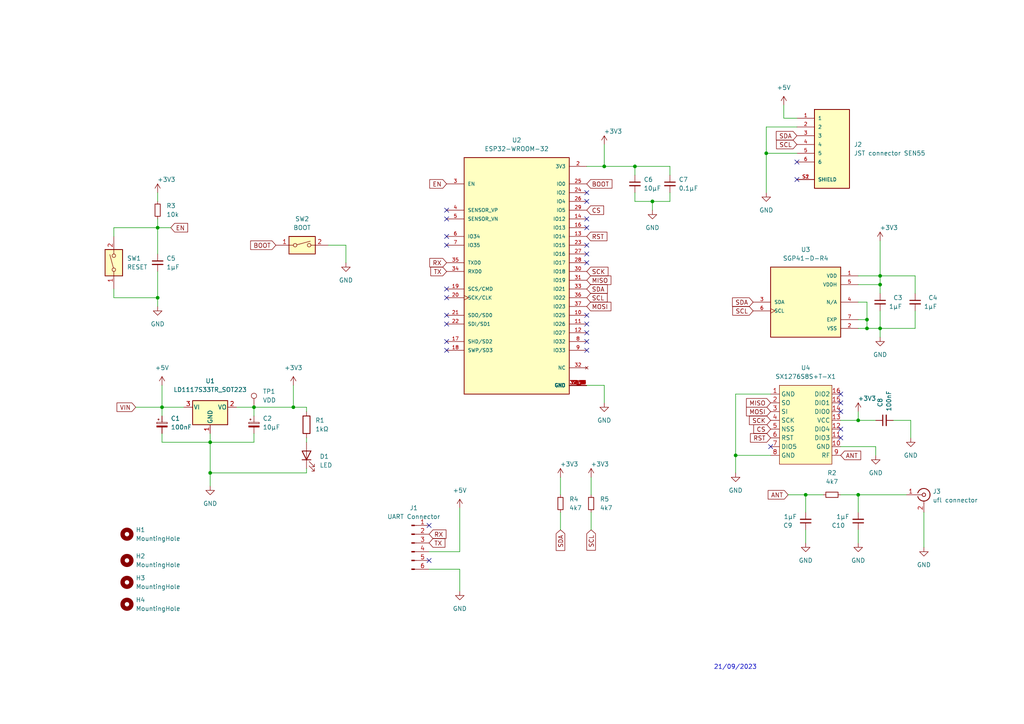
<source format=kicad_sch>
(kicad_sch (version 20211123) (generator eeschema)

  (uuid 9ae32ad8-1023-4c0f-908e-ebbda3fc82d1)

  (paper "A4")

  (lib_symbols
    (symbol "Connector:Conn_01x06_Male" (pin_names (offset 1.016) hide) (in_bom yes) (on_board yes)
      (property "Reference" "J" (id 0) (at 0 7.62 0)
        (effects (font (size 1.27 1.27)))
      )
      (property "Value" "Conn_01x06_Male" (id 1) (at 0 -10.16 0)
        (effects (font (size 1.27 1.27)))
      )
      (property "Footprint" "" (id 2) (at 0 0 0)
        (effects (font (size 1.27 1.27)) hide)
      )
      (property "Datasheet" "~" (id 3) (at 0 0 0)
        (effects (font (size 1.27 1.27)) hide)
      )
      (property "ki_keywords" "connector" (id 4) (at 0 0 0)
        (effects (font (size 1.27 1.27)) hide)
      )
      (property "ki_description" "Generic connector, single row, 01x06, script generated (kicad-library-utils/schlib/autogen/connector/)" (id 5) (at 0 0 0)
        (effects (font (size 1.27 1.27)) hide)
      )
      (property "ki_fp_filters" "Connector*:*_1x??_*" (id 6) (at 0 0 0)
        (effects (font (size 1.27 1.27)) hide)
      )
      (symbol "Conn_01x06_Male_1_1"
        (polyline
          (pts
            (xy 1.27 -7.62)
            (xy 0.8636 -7.62)
          )
          (stroke (width 0.1524) (type default) (color 0 0 0 0))
          (fill (type none))
        )
        (polyline
          (pts
            (xy 1.27 -5.08)
            (xy 0.8636 -5.08)
          )
          (stroke (width 0.1524) (type default) (color 0 0 0 0))
          (fill (type none))
        )
        (polyline
          (pts
            (xy 1.27 -2.54)
            (xy 0.8636 -2.54)
          )
          (stroke (width 0.1524) (type default) (color 0 0 0 0))
          (fill (type none))
        )
        (polyline
          (pts
            (xy 1.27 0)
            (xy 0.8636 0)
          )
          (stroke (width 0.1524) (type default) (color 0 0 0 0))
          (fill (type none))
        )
        (polyline
          (pts
            (xy 1.27 2.54)
            (xy 0.8636 2.54)
          )
          (stroke (width 0.1524) (type default) (color 0 0 0 0))
          (fill (type none))
        )
        (polyline
          (pts
            (xy 1.27 5.08)
            (xy 0.8636 5.08)
          )
          (stroke (width 0.1524) (type default) (color 0 0 0 0))
          (fill (type none))
        )
        (rectangle (start 0.8636 -7.493) (end 0 -7.747)
          (stroke (width 0.1524) (type default) (color 0 0 0 0))
          (fill (type outline))
        )
        (rectangle (start 0.8636 -4.953) (end 0 -5.207)
          (stroke (width 0.1524) (type default) (color 0 0 0 0))
          (fill (type outline))
        )
        (rectangle (start 0.8636 -2.413) (end 0 -2.667)
          (stroke (width 0.1524) (type default) (color 0 0 0 0))
          (fill (type outline))
        )
        (rectangle (start 0.8636 0.127) (end 0 -0.127)
          (stroke (width 0.1524) (type default) (color 0 0 0 0))
          (fill (type outline))
        )
        (rectangle (start 0.8636 2.667) (end 0 2.413)
          (stroke (width 0.1524) (type default) (color 0 0 0 0))
          (fill (type outline))
        )
        (rectangle (start 0.8636 5.207) (end 0 4.953)
          (stroke (width 0.1524) (type default) (color 0 0 0 0))
          (fill (type outline))
        )
        (pin passive line (at 5.08 5.08 180) (length 3.81)
          (name "Pin_1" (effects (font (size 1.27 1.27))))
          (number "1" (effects (font (size 1.27 1.27))))
        )
        (pin passive line (at 5.08 2.54 180) (length 3.81)
          (name "Pin_2" (effects (font (size 1.27 1.27))))
          (number "2" (effects (font (size 1.27 1.27))))
        )
        (pin passive line (at 5.08 0 180) (length 3.81)
          (name "Pin_3" (effects (font (size 1.27 1.27))))
          (number "3" (effects (font (size 1.27 1.27))))
        )
        (pin passive line (at 5.08 -2.54 180) (length 3.81)
          (name "Pin_4" (effects (font (size 1.27 1.27))))
          (number "4" (effects (font (size 1.27 1.27))))
        )
        (pin passive line (at 5.08 -5.08 180) (length 3.81)
          (name "Pin_5" (effects (font (size 1.27 1.27))))
          (number "5" (effects (font (size 1.27 1.27))))
        )
        (pin passive line (at 5.08 -7.62 180) (length 3.81)
          (name "Pin_6" (effects (font (size 1.27 1.27))))
          (number "6" (effects (font (size 1.27 1.27))))
        )
      )
    )
    (symbol "Connector:Conn_Coaxial" (pin_names (offset 1.016) hide) (in_bom yes) (on_board yes)
      (property "Reference" "J" (id 0) (at 0.254 3.048 0)
        (effects (font (size 1.27 1.27)))
      )
      (property "Value" "Conn_Coaxial" (id 1) (at 2.921 0 90)
        (effects (font (size 1.27 1.27)))
      )
      (property "Footprint" "" (id 2) (at 0 0 0)
        (effects (font (size 1.27 1.27)) hide)
      )
      (property "Datasheet" " ~" (id 3) (at 0 0 0)
        (effects (font (size 1.27 1.27)) hide)
      )
      (property "ki_keywords" "BNC SMA SMB SMC LEMO coaxial connector CINCH RCA" (id 4) (at 0 0 0)
        (effects (font (size 1.27 1.27)) hide)
      )
      (property "ki_description" "coaxial connector (BNC, SMA, SMB, SMC, Cinch/RCA, LEMO, ...)" (id 5) (at 0 0 0)
        (effects (font (size 1.27 1.27)) hide)
      )
      (property "ki_fp_filters" "*BNC* *SMA* *SMB* *SMC* *Cinch* *LEMO*" (id 6) (at 0 0 0)
        (effects (font (size 1.27 1.27)) hide)
      )
      (symbol "Conn_Coaxial_0_1"
        (arc (start -1.778 -0.508) (mid 0.2311 -1.8066) (end 1.778 0)
          (stroke (width 0.254) (type default) (color 0 0 0 0))
          (fill (type none))
        )
        (polyline
          (pts
            (xy -2.54 0)
            (xy -0.508 0)
          )
          (stroke (width 0) (type default) (color 0 0 0 0))
          (fill (type none))
        )
        (polyline
          (pts
            (xy 0 -2.54)
            (xy 0 -1.778)
          )
          (stroke (width 0) (type default) (color 0 0 0 0))
          (fill (type none))
        )
        (circle (center 0 0) (radius 0.508)
          (stroke (width 0.2032) (type default) (color 0 0 0 0))
          (fill (type none))
        )
        (arc (start 1.778 0) (mid 0.2099 1.8101) (end -1.778 0.508)
          (stroke (width 0.254) (type default) (color 0 0 0 0))
          (fill (type none))
        )
      )
      (symbol "Conn_Coaxial_1_1"
        (pin passive line (at -5.08 0 0) (length 2.54)
          (name "In" (effects (font (size 1.27 1.27))))
          (number "1" (effects (font (size 1.27 1.27))))
        )
        (pin passive line (at 0 -5.08 90) (length 2.54)
          (name "Ext" (effects (font (size 1.27 1.27))))
          (number "2" (effects (font (size 1.27 1.27))))
        )
      )
    )
    (symbol "Connector:TestPoint" (pin_numbers hide) (pin_names (offset 0.762) hide) (in_bom yes) (on_board yes)
      (property "Reference" "TP" (id 0) (at 0 6.858 0)
        (effects (font (size 1.27 1.27)))
      )
      (property "Value" "TestPoint" (id 1) (at 0 5.08 0)
        (effects (font (size 1.27 1.27)))
      )
      (property "Footprint" "" (id 2) (at 5.08 0 0)
        (effects (font (size 1.27 1.27)) hide)
      )
      (property "Datasheet" "~" (id 3) (at 5.08 0 0)
        (effects (font (size 1.27 1.27)) hide)
      )
      (property "ki_keywords" "test point tp" (id 4) (at 0 0 0)
        (effects (font (size 1.27 1.27)) hide)
      )
      (property "ki_description" "test point" (id 5) (at 0 0 0)
        (effects (font (size 1.27 1.27)) hide)
      )
      (property "ki_fp_filters" "Pin* Test*" (id 6) (at 0 0 0)
        (effects (font (size 1.27 1.27)) hide)
      )
      (symbol "TestPoint_0_1"
        (circle (center 0 3.302) (radius 0.762)
          (stroke (width 0) (type default) (color 0 0 0 0))
          (fill (type none))
        )
      )
      (symbol "TestPoint_1_1"
        (pin passive line (at 0 0 90) (length 2.54)
          (name "1" (effects (font (size 1.27 1.27))))
          (number "1" (effects (font (size 1.27 1.27))))
        )
      )
    )
    (symbol "Device:C_Polarized_Small" (pin_numbers hide) (pin_names (offset 0.254) hide) (in_bom yes) (on_board yes)
      (property "Reference" "C" (id 0) (at 0.254 1.778 0)
        (effects (font (size 1.27 1.27)) (justify left))
      )
      (property "Value" "C_Polarized_Small" (id 1) (at 0.254 -2.032 0)
        (effects (font (size 1.27 1.27)) (justify left))
      )
      (property "Footprint" "" (id 2) (at 0 0 0)
        (effects (font (size 1.27 1.27)) hide)
      )
      (property "Datasheet" "~" (id 3) (at 0 0 0)
        (effects (font (size 1.27 1.27)) hide)
      )
      (property "ki_keywords" "cap capacitor" (id 4) (at 0 0 0)
        (effects (font (size 1.27 1.27)) hide)
      )
      (property "ki_description" "Polarized capacitor, small symbol" (id 5) (at 0 0 0)
        (effects (font (size 1.27 1.27)) hide)
      )
      (property "ki_fp_filters" "CP_*" (id 6) (at 0 0 0)
        (effects (font (size 1.27 1.27)) hide)
      )
      (symbol "C_Polarized_Small_0_1"
        (rectangle (start -1.524 -0.3048) (end 1.524 -0.6858)
          (stroke (width 0) (type default) (color 0 0 0 0))
          (fill (type outline))
        )
        (rectangle (start -1.524 0.6858) (end 1.524 0.3048)
          (stroke (width 0) (type default) (color 0 0 0 0))
          (fill (type none))
        )
        (polyline
          (pts
            (xy -1.27 1.524)
            (xy -0.762 1.524)
          )
          (stroke (width 0) (type default) (color 0 0 0 0))
          (fill (type none))
        )
        (polyline
          (pts
            (xy -1.016 1.27)
            (xy -1.016 1.778)
          )
          (stroke (width 0) (type default) (color 0 0 0 0))
          (fill (type none))
        )
      )
      (symbol "C_Polarized_Small_1_1"
        (pin passive line (at 0 2.54 270) (length 1.8542)
          (name "~" (effects (font (size 1.27 1.27))))
          (number "1" (effects (font (size 1.27 1.27))))
        )
        (pin passive line (at 0 -2.54 90) (length 1.8542)
          (name "~" (effects (font (size 1.27 1.27))))
          (number "2" (effects (font (size 1.27 1.27))))
        )
      )
    )
    (symbol "Device:C_Small" (pin_numbers hide) (pin_names (offset 0.254) hide) (in_bom yes) (on_board yes)
      (property "Reference" "C" (id 0) (at 0.254 1.778 0)
        (effects (font (size 1.27 1.27)) (justify left))
      )
      (property "Value" "C_Small" (id 1) (at 0.254 -2.032 0)
        (effects (font (size 1.27 1.27)) (justify left))
      )
      (property "Footprint" "" (id 2) (at 0 0 0)
        (effects (font (size 1.27 1.27)) hide)
      )
      (property "Datasheet" "~" (id 3) (at 0 0 0)
        (effects (font (size 1.27 1.27)) hide)
      )
      (property "ki_keywords" "capacitor cap" (id 4) (at 0 0 0)
        (effects (font (size 1.27 1.27)) hide)
      )
      (property "ki_description" "Unpolarized capacitor, small symbol" (id 5) (at 0 0 0)
        (effects (font (size 1.27 1.27)) hide)
      )
      (property "ki_fp_filters" "C_*" (id 6) (at 0 0 0)
        (effects (font (size 1.27 1.27)) hide)
      )
      (symbol "C_Small_0_1"
        (polyline
          (pts
            (xy -1.524 -0.508)
            (xy 1.524 -0.508)
          )
          (stroke (width 0.3302) (type default) (color 0 0 0 0))
          (fill (type none))
        )
        (polyline
          (pts
            (xy -1.524 0.508)
            (xy 1.524 0.508)
          )
          (stroke (width 0.3048) (type default) (color 0 0 0 0))
          (fill (type none))
        )
      )
      (symbol "C_Small_1_1"
        (pin passive line (at 0 2.54 270) (length 2.032)
          (name "~" (effects (font (size 1.27 1.27))))
          (number "1" (effects (font (size 1.27 1.27))))
        )
        (pin passive line (at 0 -2.54 90) (length 2.032)
          (name "~" (effects (font (size 1.27 1.27))))
          (number "2" (effects (font (size 1.27 1.27))))
        )
      )
    )
    (symbol "Device:LED" (pin_numbers hide) (pin_names (offset 1.016) hide) (in_bom yes) (on_board yes)
      (property "Reference" "D" (id 0) (at 0 2.54 0)
        (effects (font (size 1.27 1.27)))
      )
      (property "Value" "LED" (id 1) (at 0 -2.54 0)
        (effects (font (size 1.27 1.27)))
      )
      (property "Footprint" "" (id 2) (at 0 0 0)
        (effects (font (size 1.27 1.27)) hide)
      )
      (property "Datasheet" "~" (id 3) (at 0 0 0)
        (effects (font (size 1.27 1.27)) hide)
      )
      (property "ki_keywords" "LED diode" (id 4) (at 0 0 0)
        (effects (font (size 1.27 1.27)) hide)
      )
      (property "ki_description" "Light emitting diode" (id 5) (at 0 0 0)
        (effects (font (size 1.27 1.27)) hide)
      )
      (property "ki_fp_filters" "LED* LED_SMD:* LED_THT:*" (id 6) (at 0 0 0)
        (effects (font (size 1.27 1.27)) hide)
      )
      (symbol "LED_0_1"
        (polyline
          (pts
            (xy -1.27 -1.27)
            (xy -1.27 1.27)
          )
          (stroke (width 0.254) (type default) (color 0 0 0 0))
          (fill (type none))
        )
        (polyline
          (pts
            (xy -1.27 0)
            (xy 1.27 0)
          )
          (stroke (width 0) (type default) (color 0 0 0 0))
          (fill (type none))
        )
        (polyline
          (pts
            (xy 1.27 -1.27)
            (xy 1.27 1.27)
            (xy -1.27 0)
            (xy 1.27 -1.27)
          )
          (stroke (width 0.254) (type default) (color 0 0 0 0))
          (fill (type none))
        )
        (polyline
          (pts
            (xy -3.048 -0.762)
            (xy -4.572 -2.286)
            (xy -3.81 -2.286)
            (xy -4.572 -2.286)
            (xy -4.572 -1.524)
          )
          (stroke (width 0) (type default) (color 0 0 0 0))
          (fill (type none))
        )
        (polyline
          (pts
            (xy -1.778 -0.762)
            (xy -3.302 -2.286)
            (xy -2.54 -2.286)
            (xy -3.302 -2.286)
            (xy -3.302 -1.524)
          )
          (stroke (width 0) (type default) (color 0 0 0 0))
          (fill (type none))
        )
      )
      (symbol "LED_1_1"
        (pin passive line (at -3.81 0 0) (length 2.54)
          (name "K" (effects (font (size 1.27 1.27))))
          (number "1" (effects (font (size 1.27 1.27))))
        )
        (pin passive line (at 3.81 0 180) (length 2.54)
          (name "A" (effects (font (size 1.27 1.27))))
          (number "2" (effects (font (size 1.27 1.27))))
        )
      )
    )
    (symbol "Device:R" (pin_numbers hide) (pin_names (offset 0)) (in_bom yes) (on_board yes)
      (property "Reference" "R" (id 0) (at 2.032 0 90)
        (effects (font (size 1.27 1.27)))
      )
      (property "Value" "R" (id 1) (at 0 0 90)
        (effects (font (size 1.27 1.27)))
      )
      (property "Footprint" "" (id 2) (at -1.778 0 90)
        (effects (font (size 1.27 1.27)) hide)
      )
      (property "Datasheet" "~" (id 3) (at 0 0 0)
        (effects (font (size 1.27 1.27)) hide)
      )
      (property "ki_keywords" "R res resistor" (id 4) (at 0 0 0)
        (effects (font (size 1.27 1.27)) hide)
      )
      (property "ki_description" "Resistor" (id 5) (at 0 0 0)
        (effects (font (size 1.27 1.27)) hide)
      )
      (property "ki_fp_filters" "R_*" (id 6) (at 0 0 0)
        (effects (font (size 1.27 1.27)) hide)
      )
      (symbol "R_0_1"
        (rectangle (start -1.016 -2.54) (end 1.016 2.54)
          (stroke (width 0.254) (type default) (color 0 0 0 0))
          (fill (type none))
        )
      )
      (symbol "R_1_1"
        (pin passive line (at 0 3.81 270) (length 1.27)
          (name "~" (effects (font (size 1.27 1.27))))
          (number "1" (effects (font (size 1.27 1.27))))
        )
        (pin passive line (at 0 -3.81 90) (length 1.27)
          (name "~" (effects (font (size 1.27 1.27))))
          (number "2" (effects (font (size 1.27 1.27))))
        )
      )
    )
    (symbol "Device:R_Small" (pin_numbers hide) (pin_names (offset 0.254) hide) (in_bom yes) (on_board yes)
      (property "Reference" "R" (id 0) (at 0.762 0.508 0)
        (effects (font (size 1.27 1.27)) (justify left))
      )
      (property "Value" "R_Small" (id 1) (at 0.762 -1.016 0)
        (effects (font (size 1.27 1.27)) (justify left))
      )
      (property "Footprint" "" (id 2) (at 0 0 0)
        (effects (font (size 1.27 1.27)) hide)
      )
      (property "Datasheet" "~" (id 3) (at 0 0 0)
        (effects (font (size 1.27 1.27)) hide)
      )
      (property "ki_keywords" "R resistor" (id 4) (at 0 0 0)
        (effects (font (size 1.27 1.27)) hide)
      )
      (property "ki_description" "Resistor, small symbol" (id 5) (at 0 0 0)
        (effects (font (size 1.27 1.27)) hide)
      )
      (property "ki_fp_filters" "R_*" (id 6) (at 0 0 0)
        (effects (font (size 1.27 1.27)) hide)
      )
      (symbol "R_Small_0_1"
        (rectangle (start -0.762 1.778) (end 0.762 -1.778)
          (stroke (width 0.2032) (type default) (color 0 0 0 0))
          (fill (type none))
        )
      )
      (symbol "R_Small_1_1"
        (pin passive line (at 0 2.54 270) (length 0.762)
          (name "~" (effects (font (size 1.27 1.27))))
          (number "1" (effects (font (size 1.27 1.27))))
        )
        (pin passive line (at 0 -2.54 90) (length 0.762)
          (name "~" (effects (font (size 1.27 1.27))))
          (number "2" (effects (font (size 1.27 1.27))))
        )
      )
    )
    (symbol "ESP32-aqs:BM06B-GHS-TBT_LF__SN__N_" (pin_names (offset 1.016)) (in_bom yes) (on_board yes)
      (property "Reference" "J" (id 0) (at -5.08 10.16 0)
        (effects (font (size 1.27 1.27)) (justify left bottom))
      )
      (property "Value" "BM06B-GHS-TBT_LF__SN__N_" (id 1) (at -5.08 -15.24 0)
        (effects (font (size 1.27 1.27)) (justify left bottom))
      )
      (property "Footprint" "BM06B-GHS-TBT_LF__SN__N_:JST_BM06B-GHS-TBT_LF__SN__N_" (id 2) (at 0 0 0)
        (effects (font (size 1.27 1.27)) (justify bottom) hide)
      )
      (property "Datasheet" "" (id 3) (at 0 0 0)
        (effects (font (size 1.27 1.27)) hide)
      )
      (property "MF" "JST Sales" (id 4) (at 0 0 0)
        (effects (font (size 1.27 1.27)) (justify bottom) hide)
      )
      (property "MAXIMUM_PACKAGE_HEIGHT" "4.05mm" (id 5) (at 0 0 0)
        (effects (font (size 1.27 1.27)) (justify bottom) hide)
      )
      (property "Package" "None" (id 6) (at 0 0 0)
        (effects (font (size 1.27 1.27)) (justify bottom) hide)
      )
      (property "Price" "None" (id 7) (at 0 0 0)
        (effects (font (size 1.27 1.27)) (justify bottom) hide)
      )
      (property "Check_prices" "https://www.snapeda.com/parts/BM06B-GHS-TBT(LF)(SN)(N)/JST+Sales+America+Inc./view-part/?ref=eda" (id 8) (at 0 0 0)
        (effects (font (size 1.27 1.27)) (justify bottom) hide)
      )
      (property "STANDARD" "Manufacturer Recommendations" (id 9) (at 0 0 0)
        (effects (font (size 1.27 1.27)) (justify bottom) hide)
      )
      (property "PARTREV" "N/A" (id 10) (at 0 0 0)
        (effects (font (size 1.27 1.27)) (justify bottom) hide)
      )
      (property "SnapEDA_Link" "https://www.snapeda.com/parts/BM06B-GHS-TBT(LF)(SN)(N)/JST+Sales+America+Inc./view-part/?ref=snap" (id 11) (at 0 0 0)
        (effects (font (size 1.27 1.27)) (justify bottom) hide)
      )
      (property "MP" "BM06B-GHS-TBT(LF)(SN)(N)" (id 12) (at 0 0 0)
        (effects (font (size 1.27 1.27)) (justify bottom) hide)
      )
      (property "Description" "\nConnector Header Surface Mount 6 position 0.049 (1.25mm)\n" (id 13) (at 0 0 0)
        (effects (font (size 1.27 1.27)) (justify bottom) hide)
      )
      (property "Availability" "Not in stock" (id 14) (at 0 0 0)
        (effects (font (size 1.27 1.27)) (justify bottom) hide)
      )
      (property "MANUFACTURER" "JST" (id 15) (at 0 0 0)
        (effects (font (size 1.27 1.27)) (justify bottom) hide)
      )
      (symbol "BM06B-GHS-TBT_LF__SN__N__0_0"
        (rectangle (start -5.08 -12.7) (end 5.08 10.16)
          (stroke (width 0.254) (type default) (color 0 0 0 0))
          (fill (type background))
        )
        (pin passive line (at -10.16 7.62 0) (length 5.08)
          (name "1" (effects (font (size 1.016 1.016))))
          (number "1" (effects (font (size 1.016 1.016))))
        )
        (pin passive line (at -10.16 5.08 0) (length 5.08)
          (name "2" (effects (font (size 1.016 1.016))))
          (number "2" (effects (font (size 1.016 1.016))))
        )
        (pin passive line (at -10.16 2.54 0) (length 5.08)
          (name "3" (effects (font (size 1.016 1.016))))
          (number "3" (effects (font (size 1.016 1.016))))
        )
        (pin passive line (at -10.16 0 0) (length 5.08)
          (name "4" (effects (font (size 1.016 1.016))))
          (number "4" (effects (font (size 1.016 1.016))))
        )
        (pin passive line (at -10.16 -2.54 0) (length 5.08)
          (name "5" (effects (font (size 1.016 1.016))))
          (number "5" (effects (font (size 1.016 1.016))))
        )
        (pin passive line (at -10.16 -5.08 0) (length 5.08)
          (name "6" (effects (font (size 1.016 1.016))))
          (number "6" (effects (font (size 1.016 1.016))))
        )
        (pin passive line (at -10.16 -10.16 0) (length 5.08)
          (name "SHIELD" (effects (font (size 1.016 1.016))))
          (number "S1" (effects (font (size 1.016 1.016))))
        )
        (pin passive line (at -10.16 -10.16 0) (length 5.08)
          (name "SHIELD" (effects (font (size 1.016 1.016))))
          (number "S2" (effects (font (size 1.016 1.016))))
        )
      )
    )
    (symbol "ESP32-aqs:ESP32-WROOM-32" (pin_names (offset 1.016)) (in_bom yes) (on_board yes)
      (property "Reference" "U" (id 0) (at -15.0359 36.6745 0)
        (effects (font (size 1.27 1.27)) (justify left bottom))
      )
      (property "Value" "ESP32-WROOM-32" (id 1) (at -15.2867 -35.6681 0)
        (effects (font (size 1.27 1.27)) (justify left bottom))
      )
      (property "Footprint" "ESP32-WROOM-32:MODULE_ESP32-WROOM-32" (id 2) (at 0 0 0)
        (effects (font (size 1.27 1.27)) (justify bottom) hide)
      )
      (property "Datasheet" "" (id 3) (at 0 0 0)
        (effects (font (size 1.27 1.27)) hide)
      )
      (property "MF" "Espressif Systems" (id 4) (at 0 0 0)
        (effects (font (size 1.27 1.27)) (justify bottom) hide)
      )
      (property "MAXIMUM_PACKAGE_HEIGHT" "3.2 mm" (id 5) (at 0 0 0)
        (effects (font (size 1.27 1.27)) (justify bottom) hide)
      )
      (property "Package" "Non Standard Espressif Systems" (id 6) (at 0 0 0)
        (effects (font (size 1.27 1.27)) (justify bottom) hide)
      )
      (property "Price" "None" (id 7) (at 0 0 0)
        (effects (font (size 1.27 1.27)) (justify bottom) hide)
      )
      (property "Check_prices" "https://www.snapeda.com/parts/ESP32-WROOM-32/Espressif+Systems/view-part/?ref=eda" (id 8) (at 0 0 0)
        (effects (font (size 1.27 1.27)) (justify bottom) hide)
      )
      (property "STANDARD" "Manufacturer Recommendations" (id 9) (at 0 0 0)
        (effects (font (size 1.27 1.27)) (justify bottom) hide)
      )
      (property "PARTREV" "2.9" (id 10) (at 0 0 0)
        (effects (font (size 1.27 1.27)) (justify bottom) hide)
      )
      (property "SnapEDA_Link" "https://www.snapeda.com/parts/ESP32-WROOM-32/Espressif+Systems/view-part/?ref=snap" (id 11) (at 0 0 0)
        (effects (font (size 1.27 1.27)) (justify bottom) hide)
      )
      (property "MP" "ESP32-WROOM-32" (id 12) (at 0 0 0)
        (effects (font (size 1.27 1.27)) (justify bottom) hide)
      )
      (property "Description" "\nBluetooth, WiFi 802.11b/g/n, Bluetooth v4.2 +EDR, Class 1, 2 and 3 Transceiver Module 2.4GHz ~ 2.5GHz Antenna Not Included, U.FL Surface Mount\n" (id 13) (at 0 0 0)
        (effects (font (size 1.27 1.27)) (justify bottom) hide)
      )
      (property "Availability" "Not in stock" (id 14) (at 0 0 0)
        (effects (font (size 1.27 1.27)) (justify bottom) hide)
      )
      (property "MANUFACTURER" "Espressif Systems" (id 15) (at 0 0 0)
        (effects (font (size 1.27 1.27)) (justify bottom) hide)
      )
      (symbol "ESP32-WROOM-32_0_0"
        (rectangle (start -15.24 -33.02) (end 15.24 35.56)
          (stroke (width 0.254) (type default) (color 0 0 0 0))
          (fill (type background))
        )
        (pin power_in line (at 20.32 -30.48 180) (length 5.08)
          (name "GND" (effects (font (size 1.016 1.016))))
          (number "1" (effects (font (size 1.016 1.016))))
        )
        (pin bidirectional line (at 20.32 -10.16 180) (length 5.08)
          (name "IO25" (effects (font (size 1.016 1.016))))
          (number "10" (effects (font (size 1.016 1.016))))
        )
        (pin bidirectional line (at 20.32 -12.7 180) (length 5.08)
          (name "IO26" (effects (font (size 1.016 1.016))))
          (number "11" (effects (font (size 1.016 1.016))))
        )
        (pin bidirectional line (at 20.32 -15.24 180) (length 5.08)
          (name "IO27" (effects (font (size 1.016 1.016))))
          (number "12" (effects (font (size 1.016 1.016))))
        )
        (pin bidirectional line (at 20.32 12.7 180) (length 5.08)
          (name "IO14" (effects (font (size 1.016 1.016))))
          (number "13" (effects (font (size 1.016 1.016))))
        )
        (pin bidirectional line (at 20.32 17.78 180) (length 5.08)
          (name "IO12" (effects (font (size 1.016 1.016))))
          (number "14" (effects (font (size 1.016 1.016))))
        )
        (pin power_in line (at 20.32 -30.48 180) (length 5.08)
          (name "GND" (effects (font (size 1.016 1.016))))
          (number "15" (effects (font (size 1.016 1.016))))
        )
        (pin bidirectional line (at 20.32 15.24 180) (length 5.08)
          (name "IO13" (effects (font (size 1.016 1.016))))
          (number "16" (effects (font (size 1.016 1.016))))
        )
        (pin bidirectional line (at -20.32 -17.78 0) (length 5.08)
          (name "SHD/SD2" (effects (font (size 1.016 1.016))))
          (number "17" (effects (font (size 1.016 1.016))))
        )
        (pin bidirectional line (at -20.32 -20.32 0) (length 5.08)
          (name "SWP/SD3" (effects (font (size 1.016 1.016))))
          (number "18" (effects (font (size 1.016 1.016))))
        )
        (pin bidirectional line (at -20.32 -2.54 0) (length 5.08)
          (name "SCS/CMD" (effects (font (size 1.016 1.016))))
          (number "19" (effects (font (size 1.016 1.016))))
        )
        (pin power_in line (at 20.32 33.02 180) (length 5.08)
          (name "3V3" (effects (font (size 1.016 1.016))))
          (number "2" (effects (font (size 1.016 1.016))))
        )
        (pin bidirectional clock (at -20.32 -5.08 0) (length 5.08)
          (name "SCK/CLK" (effects (font (size 1.016 1.016))))
          (number "20" (effects (font (size 1.016 1.016))))
        )
        (pin bidirectional line (at -20.32 -10.16 0) (length 5.08)
          (name "SDO/SD0" (effects (font (size 1.016 1.016))))
          (number "21" (effects (font (size 1.016 1.016))))
        )
        (pin bidirectional line (at -20.32 -12.7 0) (length 5.08)
          (name "SDI/SD1" (effects (font (size 1.016 1.016))))
          (number "22" (effects (font (size 1.016 1.016))))
        )
        (pin bidirectional line (at 20.32 10.16 180) (length 5.08)
          (name "IO15" (effects (font (size 1.016 1.016))))
          (number "23" (effects (font (size 1.016 1.016))))
        )
        (pin bidirectional line (at 20.32 25.4 180) (length 5.08)
          (name "IO2" (effects (font (size 1.016 1.016))))
          (number "24" (effects (font (size 1.016 1.016))))
        )
        (pin bidirectional line (at 20.32 27.94 180) (length 5.08)
          (name "IO0" (effects (font (size 1.016 1.016))))
          (number "25" (effects (font (size 1.016 1.016))))
        )
        (pin bidirectional line (at 20.32 22.86 180) (length 5.08)
          (name "IO4" (effects (font (size 1.016 1.016))))
          (number "26" (effects (font (size 1.016 1.016))))
        )
        (pin bidirectional line (at 20.32 7.62 180) (length 5.08)
          (name "IO16" (effects (font (size 1.016 1.016))))
          (number "27" (effects (font (size 1.016 1.016))))
        )
        (pin bidirectional line (at 20.32 5.08 180) (length 5.08)
          (name "IO17" (effects (font (size 1.016 1.016))))
          (number "28" (effects (font (size 1.016 1.016))))
        )
        (pin bidirectional line (at 20.32 20.32 180) (length 5.08)
          (name "IO5" (effects (font (size 1.016 1.016))))
          (number "29" (effects (font (size 1.016 1.016))))
        )
        (pin input line (at -20.32 27.94 0) (length 5.08)
          (name "EN" (effects (font (size 1.016 1.016))))
          (number "3" (effects (font (size 1.016 1.016))))
        )
        (pin bidirectional line (at 20.32 2.54 180) (length 5.08)
          (name "IO18" (effects (font (size 1.016 1.016))))
          (number "30" (effects (font (size 1.016 1.016))))
        )
        (pin bidirectional line (at 20.32 0 180) (length 5.08)
          (name "IO19" (effects (font (size 1.016 1.016))))
          (number "31" (effects (font (size 1.016 1.016))))
        )
        (pin no_connect line (at 20.32 -25.4 180) (length 5.08)
          (name "NC" (effects (font (size 1.016 1.016))))
          (number "32" (effects (font (size 1.016 1.016))))
        )
        (pin bidirectional line (at 20.32 -2.54 180) (length 5.08)
          (name "IO21" (effects (font (size 1.016 1.016))))
          (number "33" (effects (font (size 1.016 1.016))))
        )
        (pin bidirectional line (at -20.32 2.54 0) (length 5.08)
          (name "RXD0" (effects (font (size 1.016 1.016))))
          (number "34" (effects (font (size 1.016 1.016))))
        )
        (pin bidirectional line (at -20.32 5.08 0) (length 5.08)
          (name "TXD0" (effects (font (size 1.016 1.016))))
          (number "35" (effects (font (size 1.016 1.016))))
        )
        (pin bidirectional line (at 20.32 -5.08 180) (length 5.08)
          (name "IO22" (effects (font (size 1.016 1.016))))
          (number "36" (effects (font (size 1.016 1.016))))
        )
        (pin bidirectional line (at 20.32 -7.62 180) (length 5.08)
          (name "IO23" (effects (font (size 1.016 1.016))))
          (number "37" (effects (font (size 1.016 1.016))))
        )
        (pin power_in line (at 20.32 -30.48 180) (length 5.08)
          (name "GND" (effects (font (size 1.016 1.016))))
          (number "38" (effects (font (size 1.016 1.016))))
        )
        (pin power_in line (at 20.32 -30.48 180) (length 5.08)
          (name "GND" (effects (font (size 1.016 1.016))))
          (number "39_1" (effects (font (size 1.016 1.016))))
        )
        (pin power_in line (at 20.32 -30.48 180) (length 5.08)
          (name "GND" (effects (font (size 1.016 1.016))))
          (number "39_10" (effects (font (size 1.016 1.016))))
        )
        (pin power_in line (at 20.32 -30.48 180) (length 5.08)
          (name "GND" (effects (font (size 1.016 1.016))))
          (number "39_11" (effects (font (size 1.016 1.016))))
        )
        (pin power_in line (at 20.32 -30.48 180) (length 5.08)
          (name "GND" (effects (font (size 1.016 1.016))))
          (number "39_12" (effects (font (size 1.016 1.016))))
        )
        (pin power_in line (at 20.32 -30.48 180) (length 5.08)
          (name "GND" (effects (font (size 1.016 1.016))))
          (number "39_13" (effects (font (size 1.016 1.016))))
        )
        (pin power_in line (at 20.32 -30.48 180) (length 5.08)
          (name "GND" (effects (font (size 1.016 1.016))))
          (number "39_14" (effects (font (size 1.016 1.016))))
        )
        (pin power_in line (at 20.32 -30.48 180) (length 5.08)
          (name "GND" (effects (font (size 1.016 1.016))))
          (number "39_15" (effects (font (size 1.016 1.016))))
        )
        (pin power_in line (at 20.32 -30.48 180) (length 5.08)
          (name "GND" (effects (font (size 1.016 1.016))))
          (number "39_16" (effects (font (size 1.016 1.016))))
        )
        (pin power_in line (at 20.32 -30.48 180) (length 5.08)
          (name "GND" (effects (font (size 1.016 1.016))))
          (number "39_17" (effects (font (size 1.016 1.016))))
        )
        (pin power_in line (at 20.32 -30.48 180) (length 5.08)
          (name "GND" (effects (font (size 1.016 1.016))))
          (number "39_18" (effects (font (size 1.016 1.016))))
        )
        (pin power_in line (at 20.32 -30.48 180) (length 5.08)
          (name "GND" (effects (font (size 1.016 1.016))))
          (number "39_19" (effects (font (size 1.016 1.016))))
        )
        (pin power_in line (at 20.32 -30.48 180) (length 5.08)
          (name "GND" (effects (font (size 1.016 1.016))))
          (number "39_2" (effects (font (size 1.016 1.016))))
        )
        (pin power_in line (at 20.32 -30.48 180) (length 5.08)
          (name "GND" (effects (font (size 1.016 1.016))))
          (number "39_20" (effects (font (size 1.016 1.016))))
        )
        (pin power_in line (at 20.32 -30.48 180) (length 5.08)
          (name "GND" (effects (font (size 1.016 1.016))))
          (number "39_21" (effects (font (size 1.016 1.016))))
        )
        (pin power_in line (at 20.32 -30.48 180) (length 5.08)
          (name "GND" (effects (font (size 1.016 1.016))))
          (number "39_3" (effects (font (size 1.016 1.016))))
        )
        (pin power_in line (at 20.32 -30.48 180) (length 5.08)
          (name "GND" (effects (font (size 1.016 1.016))))
          (number "39_4" (effects (font (size 1.016 1.016))))
        )
        (pin power_in line (at 20.32 -30.48 180) (length 5.08)
          (name "GND" (effects (font (size 1.016 1.016))))
          (number "39_5" (effects (font (size 1.016 1.016))))
        )
        (pin power_in line (at 20.32 -30.48 180) (length 5.08)
          (name "GND" (effects (font (size 1.016 1.016))))
          (number "39_6" (effects (font (size 1.016 1.016))))
        )
        (pin power_in line (at 20.32 -30.48 180) (length 5.08)
          (name "GND" (effects (font (size 1.016 1.016))))
          (number "39_7" (effects (font (size 1.016 1.016))))
        )
        (pin power_in line (at 20.32 -30.48 180) (length 5.08)
          (name "GND" (effects (font (size 1.016 1.016))))
          (number "39_8" (effects (font (size 1.016 1.016))))
        )
        (pin power_in line (at 20.32 -30.48 180) (length 5.08)
          (name "GND" (effects (font (size 1.016 1.016))))
          (number "39_9" (effects (font (size 1.016 1.016))))
        )
        (pin input line (at -20.32 20.32 0) (length 5.08)
          (name "SENSOR_VP" (effects (font (size 1.016 1.016))))
          (number "4" (effects (font (size 1.016 1.016))))
        )
        (pin input line (at -20.32 17.78 0) (length 5.08)
          (name "SENSOR_VN" (effects (font (size 1.016 1.016))))
          (number "5" (effects (font (size 1.016 1.016))))
        )
        (pin input line (at -20.32 12.7 0) (length 5.08)
          (name "IO34" (effects (font (size 1.016 1.016))))
          (number "6" (effects (font (size 1.016 1.016))))
        )
        (pin input line (at -20.32 10.16 0) (length 5.08)
          (name "IO35" (effects (font (size 1.016 1.016))))
          (number "7" (effects (font (size 1.016 1.016))))
        )
        (pin bidirectional line (at 20.32 -17.78 180) (length 5.08)
          (name "IO32" (effects (font (size 1.016 1.016))))
          (number "8" (effects (font (size 1.016 1.016))))
        )
        (pin bidirectional line (at 20.32 -20.32 180) (length 5.08)
          (name "IO33" (effects (font (size 1.016 1.016))))
          (number "9" (effects (font (size 1.016 1.016))))
        )
      )
    )
    (symbol "ESP32-aqs:SGP41-D-R4" (pin_names (offset 1.016)) (in_bom yes) (on_board yes)
      (property "Reference" "U" (id 0) (at -10.16 10.922 0)
        (effects (font (size 1.27 1.27)) (justify left bottom))
      )
      (property "Value" "SGP41-D-R4" (id 1) (at -10.16 -10.922 0)
        (effects (font (size 1.27 1.27)) (justify left top))
      )
      (property "Footprint" "XDCR_SGP41-D-R4" (id 2) (at 0 0 0)
        (effects (font (size 1.27 1.27)) (justify bottom) hide)
      )
      (property "Datasheet" "" (id 3) (at 0 0 0)
        (effects (font (size 1.27 1.27)) hide)
      )
      (property "STANDARD" "Manufacturer Recommendations" (id 4) (at 0 0 0)
        (effects (font (size 1.27 1.27)) (justify bottom) hide)
      )
      (property "PARTREV" "1.0" (id 5) (at 0 0 0)
        (effects (font (size 1.27 1.27)) (justify bottom) hide)
      )
      (property "MANUFACTURER" "Sensirion" (id 6) (at 0 0 0)
        (effects (font (size 1.27 1.27)) (justify bottom) hide)
      )
      (property "MAXIMUM_PACKAGE_HEIGHT" "0.95 mm" (id 7) (at 0 0 0)
        (effects (font (size 1.27 1.27)) (justify bottom) hide)
      )
      (symbol "SGP41-D-R4_0_0"
        (rectangle (start -10.16 -10.16) (end 10.16 10.16)
          (stroke (width 0.254) (type default) (color 0 0 0 0))
          (fill (type background))
        )
        (pin power_in line (at 15.24 7.62 180) (length 5.08)
          (name "VDD" (effects (font (size 1.016 1.016))))
          (number "1" (effects (font (size 1.016 1.016))))
        )
        (pin power_in line (at 15.24 -7.62 180) (length 5.08)
          (name "VSS" (effects (font (size 1.016 1.016))))
          (number "2" (effects (font (size 1.016 1.016))))
        )
        (pin bidirectional line (at -15.24 0 0) (length 5.08)
          (name "SDA" (effects (font (size 1.016 1.016))))
          (number "3" (effects (font (size 1.016 1.016))))
        )
        (pin passive line (at 15.24 0 180) (length 5.08)
          (name "N/A" (effects (font (size 1.016 1.016))))
          (number "4" (effects (font (size 1.016 1.016))))
        )
        (pin power_in line (at 15.24 5.08 180) (length 5.08)
          (name "VDDH" (effects (font (size 1.016 1.016))))
          (number "5" (effects (font (size 1.016 1.016))))
        )
        (pin bidirectional clock (at -15.24 -2.54 0) (length 5.08)
          (name "SCL" (effects (font (size 1.016 1.016))))
          (number "6" (effects (font (size 1.016 1.016))))
        )
        (pin power_in line (at 15.24 -5.08 180) (length 5.08)
          (name "EXP" (effects (font (size 1.016 1.016))))
          (number "7" (effects (font (size 1.016 1.016))))
        )
      )
    )
    (symbol "ESP32-aqs:SX1276S8S+T-X1" (in_bom yes) (on_board yes)
      (property "Reference" "U" (id 0) (at -1.27 13.97 0)
        (effects (font (size 1.27 1.27)))
      )
      (property "Value" "SX1276S8S+T-X1" (id 1) (at 0 11.43 0)
        (effects (font (size 1.27 1.27)))
      )
      (property "Footprint" "" (id 2) (at 0 0 0)
        (effects (font (size 1.27 1.27)) hide)
      )
      (property "Datasheet" "" (id 3) (at 0 0 0)
        (effects (font (size 1.27 1.27)) hide)
      )
      (symbol "SX1276S8S+T-X1_0_1"
        (rectangle (start -7.62 10.16) (end 7.62 -12.7)
          (stroke (width 0) (type default) (color 0 0 0 0))
          (fill (type background))
        )
      )
      (symbol "SX1276S8S+T-X1_1_1"
        (pin input line (at -10.16 7.62 0) (length 2.54)
          (name "GND" (effects (font (size 1.27 1.27))))
          (number "1" (effects (font (size 1.27 1.27))))
        )
        (pin input line (at 10.16 -7.62 180) (length 2.54)
          (name "GND" (effects (font (size 1.27 1.27))))
          (number "10" (effects (font (size 1.27 1.27))))
        )
        (pin input line (at 10.16 -5.08 180) (length 2.54)
          (name "DIO3" (effects (font (size 1.27 1.27))))
          (number "11" (effects (font (size 1.27 1.27))))
        )
        (pin input line (at 10.16 -2.54 180) (length 2.54)
          (name "DIO4" (effects (font (size 1.27 1.27))))
          (number "12" (effects (font (size 1.27 1.27))))
        )
        (pin input line (at 10.16 0 180) (length 2.54)
          (name "VCC" (effects (font (size 1.27 1.27))))
          (number "13" (effects (font (size 1.27 1.27))))
        )
        (pin input line (at 10.16 2.54 180) (length 2.54)
          (name "DIO0" (effects (font (size 1.27 1.27))))
          (number "14" (effects (font (size 1.27 1.27))))
        )
        (pin input line (at 10.16 5.08 180) (length 2.54)
          (name "DIO1" (effects (font (size 1.27 1.27))))
          (number "15" (effects (font (size 1.27 1.27))))
        )
        (pin input line (at 10.16 7.62 180) (length 2.54)
          (name "DIO2" (effects (font (size 1.27 1.27))))
          (number "16" (effects (font (size 1.27 1.27))))
        )
        (pin input line (at -10.16 5.08 0) (length 2.54)
          (name "SO" (effects (font (size 1.27 1.27))))
          (number "2" (effects (font (size 1.27 1.27))))
        )
        (pin input line (at -10.16 2.54 0) (length 2.54)
          (name "SI" (effects (font (size 1.27 1.27))))
          (number "3" (effects (font (size 1.27 1.27))))
        )
        (pin input line (at -10.16 0 0) (length 2.54)
          (name "SCK" (effects (font (size 1.27 1.27))))
          (number "4" (effects (font (size 1.27 1.27))))
        )
        (pin input line (at -10.16 -2.54 0) (length 2.54)
          (name "NSS" (effects (font (size 1.27 1.27))))
          (number "5" (effects (font (size 1.27 1.27))))
        )
        (pin input line (at -10.16 -5.08 0) (length 2.54)
          (name "RST" (effects (font (size 1.27 1.27))))
          (number "6" (effects (font (size 1.27 1.27))))
        )
        (pin input line (at -10.16 -7.62 0) (length 2.54)
          (name "DIO5" (effects (font (size 1.27 1.27))))
          (number "7" (effects (font (size 1.27 1.27))))
        )
        (pin input line (at -10.16 -10.16 0) (length 2.54)
          (name "GND" (effects (font (size 1.27 1.27))))
          (number "8" (effects (font (size 1.27 1.27))))
        )
        (pin input line (at 10.16 -10.16 180) (length 2.54)
          (name "RF" (effects (font (size 1.27 1.27))))
          (number "9" (effects (font (size 1.27 1.27))))
        )
      )
    )
    (symbol "LUYTSM:LD1117S33TR_SOT223" (pin_names (offset 0.254)) (in_bom yes) (on_board yes)
      (property "Reference" "U1" (id 0) (at 0 7.62 0)
        (effects (font (size 1.27 1.27)))
      )
      (property "Value" "LD1117S33TR_SOT223" (id 1) (at 0 5.08 0)
        (effects (font (size 1.27 1.27)))
      )
      (property "Footprint" "Package_TO_SOT_SMD:SOT-223-3_TabPin2" (id 2) (at 0 5.08 0)
        (effects (font (size 1.27 1.27)) hide)
      )
      (property "Datasheet" "http://www.st.com/st-web-ui/static/active/en/resource/technical/document/datasheet/CD00000544.pdf" (id 3) (at 2.54 -6.35 0)
        (effects (font (size 1.27 1.27)) hide)
      )
      (property "ki_keywords" "REGULATOR LDO 3.3V" (id 4) (at 0 0 0)
        (effects (font (size 1.27 1.27)) hide)
      )
      (property "ki_description" "800mA Fixed Low Drop Positive Voltage Regulator, Fixed Output 3.3V, SOT-223" (id 5) (at 0 0 0)
        (effects (font (size 1.27 1.27)) hide)
      )
      (property "ki_fp_filters" "SOT?223*TabPin2*" (id 6) (at 0 0 0)
        (effects (font (size 1.27 1.27)) hide)
      )
      (symbol "LD1117S33TR_SOT223_0_1"
        (rectangle (start -5.08 -5.08) (end 5.08 1.905)
          (stroke (width 0.254) (type default) (color 0 0 0 0))
          (fill (type background))
        )
      )
      (symbol "LD1117S33TR_SOT223_1_1"
        (pin power_in line (at 0 -7.62 90) (length 2.54)
          (name "GND" (effects (font (size 1.27 1.27))))
          (number "1" (effects (font (size 1.27 1.27))))
        )
        (pin power_out line (at 7.62 0 180) (length 2.54)
          (name "VO" (effects (font (size 1.27 1.27))))
          (number "2" (effects (font (size 1.27 1.27))))
        )
        (pin power_in line (at -7.62 0 0) (length 2.54)
          (name "VI" (effects (font (size 1.27 1.27))))
          (number "3" (effects (font (size 1.27 1.27))))
        )
      )
    )
    (symbol "Mechanical:MountingHole" (pin_names (offset 1.016)) (in_bom yes) (on_board yes)
      (property "Reference" "H" (id 0) (at 0 5.08 0)
        (effects (font (size 1.27 1.27)))
      )
      (property "Value" "MountingHole" (id 1) (at 0 3.175 0)
        (effects (font (size 1.27 1.27)))
      )
      (property "Footprint" "" (id 2) (at 0 0 0)
        (effects (font (size 1.27 1.27)) hide)
      )
      (property "Datasheet" "~" (id 3) (at 0 0 0)
        (effects (font (size 1.27 1.27)) hide)
      )
      (property "ki_keywords" "mounting hole" (id 4) (at 0 0 0)
        (effects (font (size 1.27 1.27)) hide)
      )
      (property "ki_description" "Mounting Hole without connection" (id 5) (at 0 0 0)
        (effects (font (size 1.27 1.27)) hide)
      )
      (property "ki_fp_filters" "MountingHole*" (id 6) (at 0 0 0)
        (effects (font (size 1.27 1.27)) hide)
      )
      (symbol "MountingHole_0_1"
        (circle (center 0 0) (radius 1.27)
          (stroke (width 1.27) (type default) (color 0 0 0 0))
          (fill (type none))
        )
      )
    )
    (symbol "Switch:SW_DIP_x01" (pin_names (offset 0) hide) (in_bom yes) (on_board yes)
      (property "Reference" "SW" (id 0) (at 0 3.81 0)
        (effects (font (size 1.27 1.27)))
      )
      (property "Value" "SW_DIP_x01" (id 1) (at 0 -3.81 0)
        (effects (font (size 1.27 1.27)))
      )
      (property "Footprint" "" (id 2) (at 0 0 0)
        (effects (font (size 1.27 1.27)) hide)
      )
      (property "Datasheet" "~" (id 3) (at 0 0 0)
        (effects (font (size 1.27 1.27)) hide)
      )
      (property "ki_keywords" "dip switch" (id 4) (at 0 0 0)
        (effects (font (size 1.27 1.27)) hide)
      )
      (property "ki_description" "1x DIP Switch, Single Pole Single Throw (SPST) switch, small symbol" (id 5) (at 0 0 0)
        (effects (font (size 1.27 1.27)) hide)
      )
      (property "ki_fp_filters" "SW?DIP?x1*" (id 6) (at 0 0 0)
        (effects (font (size 1.27 1.27)) hide)
      )
      (symbol "SW_DIP_x01_0_0"
        (circle (center -2.032 0) (radius 0.508)
          (stroke (width 0) (type default) (color 0 0 0 0))
          (fill (type none))
        )
        (polyline
          (pts
            (xy -1.524 0.127)
            (xy 2.3622 1.1684)
          )
          (stroke (width 0) (type default) (color 0 0 0 0))
          (fill (type none))
        )
        (circle (center 2.032 0) (radius 0.508)
          (stroke (width 0) (type default) (color 0 0 0 0))
          (fill (type none))
        )
      )
      (symbol "SW_DIP_x01_0_1"
        (rectangle (start -3.81 2.54) (end 3.81 -2.54)
          (stroke (width 0.254) (type default) (color 0 0 0 0))
          (fill (type background))
        )
      )
      (symbol "SW_DIP_x01_1_1"
        (pin passive line (at -7.62 0 0) (length 5.08)
          (name "~" (effects (font (size 1.27 1.27))))
          (number "1" (effects (font (size 1.27 1.27))))
        )
        (pin passive line (at 7.62 0 180) (length 5.08)
          (name "~" (effects (font (size 1.27 1.27))))
          (number "2" (effects (font (size 1.27 1.27))))
        )
      )
    )
    (symbol "power:+3.3V" (power) (pin_names (offset 0)) (in_bom yes) (on_board yes)
      (property "Reference" "#PWR" (id 0) (at 0 -3.81 0)
        (effects (font (size 1.27 1.27)) hide)
      )
      (property "Value" "+3.3V" (id 1) (at 0 3.556 0)
        (effects (font (size 1.27 1.27)))
      )
      (property "Footprint" "" (id 2) (at 0 0 0)
        (effects (font (size 1.27 1.27)) hide)
      )
      (property "Datasheet" "" (id 3) (at 0 0 0)
        (effects (font (size 1.27 1.27)) hide)
      )
      (property "ki_keywords" "power-flag" (id 4) (at 0 0 0)
        (effects (font (size 1.27 1.27)) hide)
      )
      (property "ki_description" "Power symbol creates a global label with name \"+3.3V\"" (id 5) (at 0 0 0)
        (effects (font (size 1.27 1.27)) hide)
      )
      (symbol "+3.3V_0_1"
        (polyline
          (pts
            (xy -0.762 1.27)
            (xy 0 2.54)
          )
          (stroke (width 0) (type default) (color 0 0 0 0))
          (fill (type none))
        )
        (polyline
          (pts
            (xy 0 0)
            (xy 0 2.54)
          )
          (stroke (width 0) (type default) (color 0 0 0 0))
          (fill (type none))
        )
        (polyline
          (pts
            (xy 0 2.54)
            (xy 0.762 1.27)
          )
          (stroke (width 0) (type default) (color 0 0 0 0))
          (fill (type none))
        )
      )
      (symbol "+3.3V_1_1"
        (pin power_in line (at 0 0 90) (length 0) hide
          (name "+3V3" (effects (font (size 1.27 1.27))))
          (number "1" (effects (font (size 1.27 1.27))))
        )
      )
    )
    (symbol "power:+3V3" (power) (pin_names (offset 0)) (in_bom yes) (on_board yes)
      (property "Reference" "#PWR" (id 0) (at 0 -3.81 0)
        (effects (font (size 1.27 1.27)) hide)
      )
      (property "Value" "+3V3" (id 1) (at 0 3.556 0)
        (effects (font (size 1.27 1.27)))
      )
      (property "Footprint" "" (id 2) (at 0 0 0)
        (effects (font (size 1.27 1.27)) hide)
      )
      (property "Datasheet" "" (id 3) (at 0 0 0)
        (effects (font (size 1.27 1.27)) hide)
      )
      (property "ki_keywords" "global power" (id 4) (at 0 0 0)
        (effects (font (size 1.27 1.27)) hide)
      )
      (property "ki_description" "Power symbol creates a global label with name \"+3V3\"" (id 5) (at 0 0 0)
        (effects (font (size 1.27 1.27)) hide)
      )
      (symbol "+3V3_0_1"
        (polyline
          (pts
            (xy -0.762 1.27)
            (xy 0 2.54)
          )
          (stroke (width 0) (type default) (color 0 0 0 0))
          (fill (type none))
        )
        (polyline
          (pts
            (xy 0 0)
            (xy 0 2.54)
          )
          (stroke (width 0) (type default) (color 0 0 0 0))
          (fill (type none))
        )
        (polyline
          (pts
            (xy 0 2.54)
            (xy 0.762 1.27)
          )
          (stroke (width 0) (type default) (color 0 0 0 0))
          (fill (type none))
        )
      )
      (symbol "+3V3_1_1"
        (pin power_in line (at 0 0 90) (length 0) hide
          (name "+3V3" (effects (font (size 1.27 1.27))))
          (number "1" (effects (font (size 1.27 1.27))))
        )
      )
    )
    (symbol "power:+5V" (power) (pin_names (offset 0)) (in_bom yes) (on_board yes)
      (property "Reference" "#PWR" (id 0) (at 0 -3.81 0)
        (effects (font (size 1.27 1.27)) hide)
      )
      (property "Value" "+5V" (id 1) (at 0 3.556 0)
        (effects (font (size 1.27 1.27)))
      )
      (property "Footprint" "" (id 2) (at 0 0 0)
        (effects (font (size 1.27 1.27)) hide)
      )
      (property "Datasheet" "" (id 3) (at 0 0 0)
        (effects (font (size 1.27 1.27)) hide)
      )
      (property "ki_keywords" "global power" (id 4) (at 0 0 0)
        (effects (font (size 1.27 1.27)) hide)
      )
      (property "ki_description" "Power symbol creates a global label with name \"+5V\"" (id 5) (at 0 0 0)
        (effects (font (size 1.27 1.27)) hide)
      )
      (symbol "+5V_0_1"
        (polyline
          (pts
            (xy -0.762 1.27)
            (xy 0 2.54)
          )
          (stroke (width 0) (type default) (color 0 0 0 0))
          (fill (type none))
        )
        (polyline
          (pts
            (xy 0 0)
            (xy 0 2.54)
          )
          (stroke (width 0) (type default) (color 0 0 0 0))
          (fill (type none))
        )
        (polyline
          (pts
            (xy 0 2.54)
            (xy 0.762 1.27)
          )
          (stroke (width 0) (type default) (color 0 0 0 0))
          (fill (type none))
        )
      )
      (symbol "+5V_1_1"
        (pin power_in line (at 0 0 90) (length 0) hide
          (name "+5V" (effects (font (size 1.27 1.27))))
          (number "1" (effects (font (size 1.27 1.27))))
        )
      )
    )
    (symbol "power:GND" (power) (pin_names (offset 0)) (in_bom yes) (on_board yes)
      (property "Reference" "#PWR" (id 0) (at 0 -6.35 0)
        (effects (font (size 1.27 1.27)) hide)
      )
      (property "Value" "GND" (id 1) (at 0 -3.81 0)
        (effects (font (size 1.27 1.27)))
      )
      (property "Footprint" "" (id 2) (at 0 0 0)
        (effects (font (size 1.27 1.27)) hide)
      )
      (property "Datasheet" "" (id 3) (at 0 0 0)
        (effects (font (size 1.27 1.27)) hide)
      )
      (property "ki_keywords" "power-flag" (id 4) (at 0 0 0)
        (effects (font (size 1.27 1.27)) hide)
      )
      (property "ki_description" "Power symbol creates a global label with name \"GND\" , ground" (id 5) (at 0 0 0)
        (effects (font (size 1.27 1.27)) hide)
      )
      (symbol "GND_0_1"
        (polyline
          (pts
            (xy 0 0)
            (xy 0 -1.27)
            (xy 1.27 -1.27)
            (xy 0 -2.54)
            (xy -1.27 -1.27)
            (xy 0 -1.27)
          )
          (stroke (width 0) (type default) (color 0 0 0 0))
          (fill (type none))
        )
      )
      (symbol "GND_1_1"
        (pin power_in line (at 0 0 270) (length 0) hide
          (name "GND" (effects (font (size 1.27 1.27))))
          (number "1" (effects (font (size 1.27 1.27))))
        )
      )
    )
  )

  (junction (at 85.09 118.11) (diameter 0) (color 0 0 0 0)
    (uuid 04d5d418-64a1-4dfd-bd0f-3059a9de0aaa)
  )
  (junction (at 45.72 66.04) (diameter 0) (color 0 0 0 0)
    (uuid 05d2e980-3989-4323-8eaa-55cd9a41f586)
  )
  (junction (at 248.92 143.51) (diameter 0) (color 0 0 0 0)
    (uuid 147c58db-dada-49c7-9880-edd6b4f608a9)
  )
  (junction (at 251.46 95.25) (diameter 0) (color 0 0 0 0)
    (uuid 2e4dba69-b1fa-46b8-b6b5-40ccd9b5077e)
  )
  (junction (at 73.66 118.11) (diameter 0) (color 0 0 0 0)
    (uuid 2ef8a7e8-0f73-4f45-bac2-44f1e7a6b855)
  )
  (junction (at 189.23 58.42) (diameter 0) (color 0 0 0 0)
    (uuid 3dabe569-f652-4cb5-b017-3b5bab6b3203)
  )
  (junction (at 60.96 128.27) (diameter 0) (color 0 0 0 0)
    (uuid 4551f5de-9b29-4984-a7b5-a938b09ecaf2)
  )
  (junction (at 60.96 137.16) (diameter 0) (color 0 0 0 0)
    (uuid 4c0e84b5-6ebc-4265-9e27-4b01f8aa731c)
  )
  (junction (at 233.68 143.51) (diameter 0) (color 0 0 0 0)
    (uuid 4d46e802-e5a3-45f4-9d3b-b33ba38ecd5f)
  )
  (junction (at 248.92 121.92) (diameter 0) (color 0 0 0 0)
    (uuid 5075230e-ea9d-4ac9-82ff-4a974f65defa)
  )
  (junction (at 46.99 118.11) (diameter 0) (color 0 0 0 0)
    (uuid 68edb872-db00-41e9-ba7c-666ab96b80fe)
  )
  (junction (at 255.27 95.25) (diameter 0) (color 0 0 0 0)
    (uuid 6a9e6979-b3a8-4ea5-8f8b-88e8f45a5109)
  )
  (junction (at 184.15 48.26) (diameter 0) (color 0 0 0 0)
    (uuid 700ca611-b4de-4ed5-b46f-73f555ab4a9a)
  )
  (junction (at 255.27 80.01) (diameter 0) (color 0 0 0 0)
    (uuid 918b0765-a68d-48d7-be4a-1cff7fdd1916)
  )
  (junction (at 213.36 132.08) (diameter 0) (color 0 0 0 0)
    (uuid 9536d6c1-61b2-4695-8096-0e9dc874eec9)
  )
  (junction (at 255.27 82.55) (diameter 0) (color 0 0 0 0)
    (uuid 95e67047-52d9-45b0-9e8c-f86d6f94c018)
  )
  (junction (at 251.46 92.71) (diameter 0) (color 0 0 0 0)
    (uuid 971d9c10-91c9-48ca-a26f-719175ecb429)
  )
  (junction (at 175.26 48.26) (diameter 0) (color 0 0 0 0)
    (uuid a8a9b50f-2f9f-42af-b929-5d7a1ad7dabe)
  )
  (junction (at 45.72 86.36) (diameter 0) (color 0 0 0 0)
    (uuid cc3e59a2-c438-4367-a23c-9b180563c909)
  )
  (junction (at 222.25 44.45) (diameter 0) (color 0 0 0 0)
    (uuid e218ac9b-7c91-474b-af7f-d60691f8daed)
  )

  (no_connect (at 129.54 93.98) (uuid 17d702a1-7ab8-456a-b375-35535b2cdc6b))
  (no_connect (at 231.14 46.99) (uuid 1ca1412c-4915-4e32-bc4d-5af989a1d492))
  (no_connect (at 124.46 162.56) (uuid 2fc3941d-ca70-4bb6-b829-5e0870edd29a))
  (no_connect (at 170.18 55.88) (uuid 360315aa-8065-46c1-b5a8-59be8ab297d1))
  (no_connect (at 129.54 86.36) (uuid 3b091f1e-1dcb-4797-b62f-6b911d4313f2))
  (no_connect (at 129.54 101.6) (uuid 3c1c67a6-1e18-4132-a6f3-f9e65632c70f))
  (no_connect (at 243.84 127) (uuid 44ab39f6-305b-4ea5-a207-213a56fdd034))
  (no_connect (at 170.18 96.52) (uuid 4e37bb63-9fe2-404a-b061-31de26c6f825))
  (no_connect (at 170.18 71.12) (uuid 5ce1a5c8-f86a-4d8a-90dc-54166e71c3e5))
  (no_connect (at 170.18 76.2) (uuid 61b8f62d-a384-4a09-957f-40e13d5b7c01))
  (no_connect (at 170.18 93.98) (uuid 6a4dc5df-a725-4945-9347-ed4daa58dd3d))
  (no_connect (at 129.54 71.12) (uuid 6c638c00-b8f1-4d8e-a26a-60623823a6d7))
  (no_connect (at 243.84 124.46) (uuid 6d49648e-e900-42ad-af25-ade9419cfb3f))
  (no_connect (at 129.54 60.96) (uuid 6fff65c8-0d7d-4ea9-a416-fea09875e2bf))
  (no_connect (at 170.18 73.66) (uuid 782b9026-3aa4-4d15-a0e0-11a651672506))
  (no_connect (at 124.46 152.4) (uuid 7db0c50e-90af-48a5-8c25-08e00535331e))
  (no_connect (at 129.54 91.44) (uuid 950b689d-7d3b-4f7a-96bc-e8ed3db75fa8))
  (no_connect (at 170.18 99.06) (uuid 98558427-502c-42d6-a788-86d3bdaca102))
  (no_connect (at 243.84 114.3) (uuid 986e4d26-6f69-4592-ad61-a2b6f816fc1f))
  (no_connect (at 243.84 119.38) (uuid a47c79fa-5a2d-441e-9f89-8d4fa7a5521b))
  (no_connect (at 129.54 83.82) (uuid ac167183-15cd-44f0-a1b8-0cc9b35aac4b))
  (no_connect (at 170.18 58.42) (uuid b5610c90-f346-4ad5-aedc-b58dc4efbdf5))
  (no_connect (at 129.54 99.06) (uuid bf9b5fef-381f-4756-a759-05d3b6be3a35))
  (no_connect (at 170.18 66.04) (uuid c09a6035-845c-4a02-aa04-470d83b45dae))
  (no_connect (at 170.18 101.6) (uuid c3cefd35-bb46-40a8-a2c6-5073c4a4c843))
  (no_connect (at 129.54 63.5) (uuid c3e570ed-d0eb-418c-9243-e3117dd8941e))
  (no_connect (at 170.18 63.5) (uuid c9f40501-fd8e-4c79-a652-9ca27f2f586f))
  (no_connect (at 223.52 129.54) (uuid ca650ca3-a5e5-4964-9a1c-b105c794fecd))
  (no_connect (at 170.18 91.44) (uuid d3d7c36a-1b6d-48d5-89d4-3f4ba286ee47))
  (no_connect (at 129.54 68.58) (uuid e584eccc-bee2-4b0f-adf8-7e03163acb67))
  (no_connect (at 243.84 116.84) (uuid f1a4040a-6ab9-40c8-89d4-19f06007c3c5))
  (no_connect (at 231.14 52.07) (uuid f84ec6a6-736b-43f0-890f-0f07ed594c22))

  (wire (pts (xy 88.9 137.16) (xy 60.96 137.16))
    (stroke (width 0) (type default) (color 0 0 0 0))
    (uuid 02136542-fd68-44fc-aa34-34c618c36b19)
  )
  (wire (pts (xy 60.96 128.27) (xy 60.96 125.73))
    (stroke (width 0) (type default) (color 0 0 0 0))
    (uuid 027b8af5-3f85-4d34-aa6d-35b78fdea3b0)
  )
  (wire (pts (xy 264.16 121.92) (xy 259.08 121.92))
    (stroke (width 0) (type default) (color 0 0 0 0))
    (uuid 02e5128c-5ede-42fd-b225-b9c8daf58e8f)
  )
  (wire (pts (xy 248.92 92.71) (xy 251.46 92.71))
    (stroke (width 0) (type default) (color 0 0 0 0))
    (uuid 038c8c86-c2a5-4cc0-ac5b-3a38a6a556c7)
  )
  (wire (pts (xy 184.15 55.88) (xy 184.15 58.42))
    (stroke (width 0) (type default) (color 0 0 0 0))
    (uuid 04164463-e647-4403-bbec-55c7175f95bf)
  )
  (wire (pts (xy 133.35 165.1) (xy 133.35 171.45))
    (stroke (width 0) (type default) (color 0 0 0 0))
    (uuid 049ae0bd-0b27-41ac-9c50-b60d082fc49f)
  )
  (wire (pts (xy 233.68 153.67) (xy 233.68 157.48))
    (stroke (width 0) (type default) (color 0 0 0 0))
    (uuid 0558f163-f887-412b-8434-8ca04243f3f1)
  )
  (wire (pts (xy 222.25 44.45) (xy 222.25 55.88))
    (stroke (width 0) (type default) (color 0 0 0 0))
    (uuid 0abd9e12-eb43-45d4-97a2-44ba04c00883)
  )
  (wire (pts (xy 88.9 135.89) (xy 88.9 137.16))
    (stroke (width 0) (type default) (color 0 0 0 0))
    (uuid 0c67ebcd-e089-446d-bab9-fcca2d160dff)
  )
  (wire (pts (xy 243.84 121.92) (xy 248.92 121.92))
    (stroke (width 0) (type default) (color 0 0 0 0))
    (uuid 0e82e942-5212-429b-8e3d-3e7ca6f6d61c)
  )
  (wire (pts (xy 255.27 85.09) (xy 255.27 82.55))
    (stroke (width 0) (type default) (color 0 0 0 0))
    (uuid 0efee0a7-5db3-4193-92cf-b0f1f629f316)
  )
  (wire (pts (xy 171.45 148.59) (xy 171.45 153.67))
    (stroke (width 0) (type default) (color 0 0 0 0))
    (uuid 15e575a6-2c3c-4bf5-8b31-ac2ea8ad07bd)
  )
  (wire (pts (xy 254 129.54) (xy 254 132.08))
    (stroke (width 0) (type default) (color 0 0 0 0))
    (uuid 16e32907-4306-4880-8608-fcb6a9ffdfd7)
  )
  (wire (pts (xy 100.33 71.12) (xy 100.33 76.2))
    (stroke (width 0) (type default) (color 0 0 0 0))
    (uuid 1c3e2fb6-d5d9-4590-90f6-fc351d868820)
  )
  (wire (pts (xy 88.9 118.11) (xy 85.09 118.11))
    (stroke (width 0) (type default) (color 0 0 0 0))
    (uuid 1c5698be-591c-43ef-8602-620eb955e9ba)
  )
  (wire (pts (xy 255.27 69.85) (xy 255.27 80.01))
    (stroke (width 0) (type default) (color 0 0 0 0))
    (uuid 1c9f4bdd-5d09-4385-98b4-99b094df0636)
  )
  (wire (pts (xy 255.27 80.01) (xy 265.43 80.01))
    (stroke (width 0) (type default) (color 0 0 0 0))
    (uuid 25ee56b4-e6a6-449b-ba6e-fe0622ef5531)
  )
  (wire (pts (xy 88.9 127) (xy 88.9 128.27))
    (stroke (width 0) (type default) (color 0 0 0 0))
    (uuid 26e94dba-6b61-4f90-afd7-81949c350709)
  )
  (wire (pts (xy 175.26 111.76) (xy 175.26 116.84))
    (stroke (width 0) (type default) (color 0 0 0 0))
    (uuid 272ac85b-18e6-4950-a223-2e4f21a41e57)
  )
  (wire (pts (xy 95.25 71.12) (xy 100.33 71.12))
    (stroke (width 0) (type default) (color 0 0 0 0))
    (uuid 27e2f9f9-2ce6-4fc7-a3b0-20b8b788bf75)
  )
  (wire (pts (xy 255.27 95.25) (xy 255.27 97.79))
    (stroke (width 0) (type default) (color 0 0 0 0))
    (uuid 2a1ec2b6-5c3c-42ed-b43f-9454766f4b75)
  )
  (wire (pts (xy 248.92 143.51) (xy 262.89 143.51))
    (stroke (width 0) (type default) (color 0 0 0 0))
    (uuid 2e139f30-0984-4b22-9364-6546e835a320)
  )
  (wire (pts (xy 46.99 128.27) (xy 60.96 128.27))
    (stroke (width 0) (type default) (color 0 0 0 0))
    (uuid 2f06d1fc-e581-4d98-99ee-925460c7584e)
  )
  (wire (pts (xy 248.92 153.67) (xy 248.92 157.48))
    (stroke (width 0) (type default) (color 0 0 0 0))
    (uuid 2f792dfe-2afc-4246-87fe-b670f59d2154)
  )
  (wire (pts (xy 189.23 58.42) (xy 189.23 60.96))
    (stroke (width 0) (type default) (color 0 0 0 0))
    (uuid 3237abe6-38dc-40a5-9393-4a20fbd6ec27)
  )
  (wire (pts (xy 255.27 80.01) (xy 255.27 82.55))
    (stroke (width 0) (type default) (color 0 0 0 0))
    (uuid 37a3dbab-6985-4625-af2c-4890529d2b80)
  )
  (wire (pts (xy 251.46 95.25) (xy 255.27 95.25))
    (stroke (width 0) (type default) (color 0 0 0 0))
    (uuid 3da389df-be7e-4c6d-a459-cc629174913f)
  )
  (wire (pts (xy 45.72 86.36) (xy 45.72 88.9))
    (stroke (width 0) (type default) (color 0 0 0 0))
    (uuid 3eab8f8d-fc97-4aaa-91d0-72803987396d)
  )
  (wire (pts (xy 213.36 132.08) (xy 223.52 132.08))
    (stroke (width 0) (type default) (color 0 0 0 0))
    (uuid 3f3efc8a-bdca-43db-92bb-cb7aad2b1b70)
  )
  (wire (pts (xy 33.02 83.82) (xy 33.02 86.36))
    (stroke (width 0) (type default) (color 0 0 0 0))
    (uuid 49887d83-1fb2-4c65-a78e-6f0ddc2ef78e)
  )
  (wire (pts (xy 162.56 148.59) (xy 162.56 153.67))
    (stroke (width 0) (type default) (color 0 0 0 0))
    (uuid 4b30d0f3-70f3-4ebf-a5e5-e2664e1935e2)
  )
  (wire (pts (xy 194.31 55.88) (xy 194.31 58.42))
    (stroke (width 0) (type default) (color 0 0 0 0))
    (uuid 4fc8c7bf-351a-4c44-98ab-9b0947cef3a3)
  )
  (wire (pts (xy 45.72 66.04) (xy 49.53 66.04))
    (stroke (width 0) (type default) (color 0 0 0 0))
    (uuid 515ed915-1978-401c-b3c2-7fcc122d9bd8)
  )
  (wire (pts (xy 231.14 36.83) (xy 222.25 36.83))
    (stroke (width 0) (type default) (color 0 0 0 0))
    (uuid 52087fa1-8721-4526-9ac8-65293efb4540)
  )
  (wire (pts (xy 124.46 165.1) (xy 133.35 165.1))
    (stroke (width 0) (type default) (color 0 0 0 0))
    (uuid 533e6a75-2884-4d5f-93da-a5a174c0cbc2)
  )
  (wire (pts (xy 45.72 66.04) (xy 45.72 73.66))
    (stroke (width 0) (type default) (color 0 0 0 0))
    (uuid 5490f9c5-5b76-4e57-aa64-e373d3c716fb)
  )
  (wire (pts (xy 251.46 92.71) (xy 251.46 95.25))
    (stroke (width 0) (type default) (color 0 0 0 0))
    (uuid 56294a2f-fc71-4440-b368-2a8d56d65c3d)
  )
  (wire (pts (xy 46.99 125.73) (xy 46.99 128.27))
    (stroke (width 0) (type default) (color 0 0 0 0))
    (uuid 578f75cc-83fd-4679-b011-bc02184ef63e)
  )
  (wire (pts (xy 265.43 95.25) (xy 255.27 95.25))
    (stroke (width 0) (type default) (color 0 0 0 0))
    (uuid 5917cfc5-a670-4ea3-ba96-97c7e6a986c4)
  )
  (wire (pts (xy 248.92 82.55) (xy 255.27 82.55))
    (stroke (width 0) (type default) (color 0 0 0 0))
    (uuid 5988e5ab-0ef6-4642-8279-8d92063aa0d4)
  )
  (wire (pts (xy 60.96 137.16) (xy 60.96 140.97))
    (stroke (width 0) (type default) (color 0 0 0 0))
    (uuid 5cf8d40d-7165-4d75-8361-56f52bb89460)
  )
  (wire (pts (xy 45.72 55.88) (xy 45.72 58.42))
    (stroke (width 0) (type default) (color 0 0 0 0))
    (uuid 5dc72c2b-3ca2-4208-bb9e-5870a490c5f3)
  )
  (wire (pts (xy 251.46 87.63) (xy 251.46 92.71))
    (stroke (width 0) (type default) (color 0 0 0 0))
    (uuid 5e02dd41-ccd4-42e0-861d-a6dfa33c9d0a)
  )
  (wire (pts (xy 265.43 90.17) (xy 265.43 95.25))
    (stroke (width 0) (type default) (color 0 0 0 0))
    (uuid 5e9df7bf-2a2b-410b-bee6-60382fb56a1c)
  )
  (wire (pts (xy 60.96 128.27) (xy 60.96 137.16))
    (stroke (width 0) (type default) (color 0 0 0 0))
    (uuid 62ef8729-13fd-4243-9b3d-6a7ffc54c5ea)
  )
  (wire (pts (xy 170.18 48.26) (xy 175.26 48.26))
    (stroke (width 0) (type default) (color 0 0 0 0))
    (uuid 66097a2e-8f0a-4194-9fad-c1d267f495c4)
  )
  (wire (pts (xy 45.72 78.74) (xy 45.72 86.36))
    (stroke (width 0) (type default) (color 0 0 0 0))
    (uuid 66e99b68-5471-40c0-aaab-66243a647531)
  )
  (wire (pts (xy 194.31 50.8) (xy 194.31 48.26))
    (stroke (width 0) (type default) (color 0 0 0 0))
    (uuid 6804c839-61e8-4443-a757-034801d28f48)
  )
  (wire (pts (xy 184.15 48.26) (xy 194.31 48.26))
    (stroke (width 0) (type default) (color 0 0 0 0))
    (uuid 682ad6ea-ac4f-4a27-80e3-a304c12f880d)
  )
  (wire (pts (xy 33.02 86.36) (xy 45.72 86.36))
    (stroke (width 0) (type default) (color 0 0 0 0))
    (uuid 6878539d-338d-46c4-bdac-268d0c0525d6)
  )
  (wire (pts (xy 33.02 66.04) (xy 45.72 66.04))
    (stroke (width 0) (type default) (color 0 0 0 0))
    (uuid 6c26091b-f854-4e09-bc0c-16bddc90e76a)
  )
  (wire (pts (xy 133.35 147.32) (xy 133.35 160.02))
    (stroke (width 0) (type default) (color 0 0 0 0))
    (uuid 6c79ef54-d7ff-4266-914e-299b14faba84)
  )
  (wire (pts (xy 68.58 118.11) (xy 73.66 118.11))
    (stroke (width 0) (type default) (color 0 0 0 0))
    (uuid 6d3ae416-96e4-41c4-af27-527270f4ad7a)
  )
  (wire (pts (xy 233.68 143.51) (xy 233.68 148.59))
    (stroke (width 0) (type default) (color 0 0 0 0))
    (uuid 70b7f61e-3688-42a3-bdc9-5a3008afcf5f)
  )
  (wire (pts (xy 248.92 143.51) (xy 248.92 148.59))
    (stroke (width 0) (type default) (color 0 0 0 0))
    (uuid 71165c80-171a-4076-a9e7-6977a547e498)
  )
  (wire (pts (xy 73.66 128.27) (xy 60.96 128.27))
    (stroke (width 0) (type default) (color 0 0 0 0))
    (uuid 71978641-92d4-4e38-bc1e-8fbb333eff09)
  )
  (wire (pts (xy 248.92 87.63) (xy 251.46 87.63))
    (stroke (width 0) (type default) (color 0 0 0 0))
    (uuid 71eb16a4-ed33-424d-9079-8e99fd8d4e10)
  )
  (wire (pts (xy 88.9 119.38) (xy 88.9 118.11))
    (stroke (width 0) (type default) (color 0 0 0 0))
    (uuid 748dcfaa-7c1b-44de-a16e-d4d55a9668b3)
  )
  (wire (pts (xy 248.92 80.01) (xy 255.27 80.01))
    (stroke (width 0) (type default) (color 0 0 0 0))
    (uuid 7c0efce3-719d-4fa2-9a9b-2758a675e43d)
  )
  (wire (pts (xy 213.36 114.3) (xy 213.36 132.08))
    (stroke (width 0) (type default) (color 0 0 0 0))
    (uuid 7c867c54-ea31-41c4-b651-bd804e4293f6)
  )
  (wire (pts (xy 184.15 50.8) (xy 184.15 48.26))
    (stroke (width 0) (type default) (color 0 0 0 0))
    (uuid 7c89a759-f815-4419-9fd8-c282af6d1ca2)
  )
  (wire (pts (xy 73.66 118.11) (xy 73.66 120.65))
    (stroke (width 0) (type default) (color 0 0 0 0))
    (uuid 85efe83f-60d2-4858-9ea8-d4e797fce0af)
  )
  (wire (pts (xy 264.16 121.92) (xy 264.16 127))
    (stroke (width 0) (type default) (color 0 0 0 0))
    (uuid 862a7a56-e06a-43cd-9fe6-cdf0ec9a0815)
  )
  (wire (pts (xy 171.45 138.43) (xy 171.45 143.51))
    (stroke (width 0) (type default) (color 0 0 0 0))
    (uuid 87567ade-20a2-4a6d-a070-def3706597c9)
  )
  (wire (pts (xy 243.84 129.54) (xy 254 129.54))
    (stroke (width 0) (type default) (color 0 0 0 0))
    (uuid 888c5cfd-a6d9-46ec-befb-f868b880edc9)
  )
  (wire (pts (xy 248.92 95.25) (xy 251.46 95.25))
    (stroke (width 0) (type default) (color 0 0 0 0))
    (uuid 89cfcb13-f351-4542-9903-939f60699cce)
  )
  (wire (pts (xy 85.09 111.76) (xy 85.09 118.11))
    (stroke (width 0) (type default) (color 0 0 0 0))
    (uuid 8ab8e84c-cc5b-4669-bf43-d71242310fcf)
  )
  (wire (pts (xy 255.27 95.25) (xy 255.27 90.17))
    (stroke (width 0) (type default) (color 0 0 0 0))
    (uuid 8d6c15c8-bc83-419d-bd0a-9fa0496ff08f)
  )
  (wire (pts (xy 213.36 137.16) (xy 213.36 132.08))
    (stroke (width 0) (type default) (color 0 0 0 0))
    (uuid 8dd1ed44-0217-4529-a63b-6e1885e97050)
  )
  (wire (pts (xy 124.46 160.02) (xy 133.35 160.02))
    (stroke (width 0) (type default) (color 0 0 0 0))
    (uuid 8fedcd33-4964-41e0-a4e7-ee5414b6569d)
  )
  (wire (pts (xy 73.66 125.73) (xy 73.66 128.27))
    (stroke (width 0) (type default) (color 0 0 0 0))
    (uuid 9055773f-6bc4-483c-99e1-9483d2c1d84b)
  )
  (wire (pts (xy 175.26 41.91) (xy 175.26 48.26))
    (stroke (width 0) (type default) (color 0 0 0 0))
    (uuid 90bf7b82-502a-4131-9902-c9effb3d451f)
  )
  (wire (pts (xy 46.99 111.76) (xy 46.99 118.11))
    (stroke (width 0) (type default) (color 0 0 0 0))
    (uuid 914a2d3d-c6af-40bd-abb6-8ab8f1c10fc2)
  )
  (wire (pts (xy 46.99 118.11) (xy 53.34 118.11))
    (stroke (width 0) (type default) (color 0 0 0 0))
    (uuid 92496346-95b8-4c07-843e-c18d7177ab37)
  )
  (wire (pts (xy 45.72 63.5) (xy 45.72 66.04))
    (stroke (width 0) (type default) (color 0 0 0 0))
    (uuid 96cdf3e3-190e-4e31-8821-0854eec372ac)
  )
  (wire (pts (xy 248.92 121.92) (xy 248.92 119.38))
    (stroke (width 0) (type default) (color 0 0 0 0))
    (uuid 9d6ac77a-6c10-4565-8b45-95f3229cc876)
  )
  (wire (pts (xy 170.18 111.76) (xy 175.26 111.76))
    (stroke (width 0) (type default) (color 0 0 0 0))
    (uuid a6fe853b-81d6-4f10-bf4e-18060cb60cb6)
  )
  (wire (pts (xy 184.15 58.42) (xy 189.23 58.42))
    (stroke (width 0) (type default) (color 0 0 0 0))
    (uuid a75bad1b-93d0-4358-bc18-52b3c69c668d)
  )
  (wire (pts (xy 189.23 58.42) (xy 194.31 58.42))
    (stroke (width 0) (type default) (color 0 0 0 0))
    (uuid aab58d21-7ba2-423d-b0c6-7823ed4229e6)
  )
  (wire (pts (xy 213.36 114.3) (xy 223.52 114.3))
    (stroke (width 0) (type default) (color 0 0 0 0))
    (uuid b30447cf-6db3-4264-b176-ef0e3fdeb717)
  )
  (wire (pts (xy 233.68 143.51) (xy 238.76 143.51))
    (stroke (width 0) (type default) (color 0 0 0 0))
    (uuid b615a024-d0b0-4415-a644-2eadd203daec)
  )
  (wire (pts (xy 243.84 143.51) (xy 248.92 143.51))
    (stroke (width 0) (type default) (color 0 0 0 0))
    (uuid b81cf0c7-976a-4f04-add1-1f93a1fd1556)
  )
  (wire (pts (xy 33.02 68.58) (xy 33.02 66.04))
    (stroke (width 0) (type default) (color 0 0 0 0))
    (uuid c3cfbb29-83db-4a92-881b-15f11dd0d68d)
  )
  (wire (pts (xy 39.37 118.11) (xy 46.99 118.11))
    (stroke (width 0) (type default) (color 0 0 0 0))
    (uuid c90ee160-bce9-4d24-b70e-552a6a6d0f0f)
  )
  (wire (pts (xy 222.25 44.45) (xy 231.14 44.45))
    (stroke (width 0) (type default) (color 0 0 0 0))
    (uuid d82ecb74-94fa-43c2-913f-c512425b9a79)
  )
  (wire (pts (xy 46.99 118.11) (xy 46.99 120.65))
    (stroke (width 0) (type default) (color 0 0 0 0))
    (uuid dbe0585f-00a4-482a-a383-18ae6cbd9f02)
  )
  (wire (pts (xy 231.14 34.29) (xy 227.33 34.29))
    (stroke (width 0) (type default) (color 0 0 0 0))
    (uuid e144168d-588c-4520-85dd-58b0400bdade)
  )
  (wire (pts (xy 162.56 138.43) (xy 162.56 143.51))
    (stroke (width 0) (type default) (color 0 0 0 0))
    (uuid e2d291e6-afd8-4091-ad61-2077ca72146a)
  )
  (wire (pts (xy 228.6 143.51) (xy 233.68 143.51))
    (stroke (width 0) (type default) (color 0 0 0 0))
    (uuid e6392b85-8f35-446c-b0db-3cc86a24247c)
  )
  (wire (pts (xy 85.09 118.11) (xy 73.66 118.11))
    (stroke (width 0) (type default) (color 0 0 0 0))
    (uuid e75a9ea3-79a6-452b-b9dc-2074315eb904)
  )
  (wire (pts (xy 265.43 85.09) (xy 265.43 80.01))
    (stroke (width 0) (type default) (color 0 0 0 0))
    (uuid ea8db8a1-98ef-4632-91cd-669d66da4d30)
  )
  (wire (pts (xy 227.33 34.29) (xy 227.33 30.48))
    (stroke (width 0) (type default) (color 0 0 0 0))
    (uuid ed20802f-e86c-4d1b-886e-b442228488fb)
  )
  (wire (pts (xy 248.92 121.92) (xy 254 121.92))
    (stroke (width 0) (type default) (color 0 0 0 0))
    (uuid f1622bbd-c80b-463f-ba88-176700b11538)
  )
  (wire (pts (xy 267.97 148.59) (xy 267.97 158.75))
    (stroke (width 0) (type default) (color 0 0 0 0))
    (uuid f65edb55-625f-412e-bfad-3090722a8a1a)
  )
  (wire (pts (xy 222.25 36.83) (xy 222.25 44.45))
    (stroke (width 0) (type default) (color 0 0 0 0))
    (uuid f973632d-f245-45da-9aff-1ce174765f68)
  )
  (wire (pts (xy 184.15 48.26) (xy 175.26 48.26))
    (stroke (width 0) (type default) (color 0 0 0 0))
    (uuid fbbaa136-c871-4a92-8bb0-a113c082f755)
  )

  (text "21/09/2023" (at 207.01 194.31 0)
    (effects (font (size 1.27 1.27)) (justify left bottom))
    (uuid c3414bfc-0c2d-49f2-8d61-bd747fc22640)
  )

  (global_label "MOSI" (shape input) (at 170.18 88.9 0) (fields_autoplaced)
    (effects (font (size 1.27 1.27)) (justify left))
    (uuid 02928f97-7fdb-4666-8826-1412a874b235)
    (property "Intersheet References" "${INTERSHEET_REFS}" (id 0) (at 177.1893 88.9794 0)
      (effects (font (size 1.27 1.27)) (justify left) hide)
    )
  )
  (global_label "SDA" (shape input) (at 162.56 153.67 270) (fields_autoplaced)
    (effects (font (size 1.27 1.27)) (justify right))
    (uuid 04d0e929-e8b6-41c1-b1af-1f036e0a1688)
    (property "Intersheet References" "${INTERSHEET_REFS}" (id 0) (at 162.6394 159.6512 90)
      (effects (font (size 1.27 1.27)) (justify right) hide)
    )
  )
  (global_label "TX" (shape input) (at 124.46 157.48 0) (fields_autoplaced)
    (effects (font (size 1.27 1.27)) (justify left))
    (uuid 0e9736e6-8286-4baa-8fa6-beb7178e98d0)
    (property "Intersheet References" "${INTERSHEET_REFS}" (id 0) (at 129.0502 157.4006 0)
      (effects (font (size 1.27 1.27)) (justify left) hide)
    )
  )
  (global_label "EN" (shape input) (at 49.53 66.04 0) (fields_autoplaced)
    (effects (font (size 1.27 1.27)) (justify left))
    (uuid 1aa79da6-11c2-4526-96ad-a884ab6451a4)
    (property "Intersheet References" "${INTERSHEET_REFS}" (id 0) (at 54.4226 65.9606 0)
      (effects (font (size 1.27 1.27)) (justify left) hide)
    )
  )
  (global_label "RX" (shape input) (at 124.46 154.94 0) (fields_autoplaced)
    (effects (font (size 1.27 1.27)) (justify left))
    (uuid 3301b2c7-1319-4195-bdd5-e1228fa80eb3)
    (property "Intersheet References" "${INTERSHEET_REFS}" (id 0) (at 129.3526 154.8606 0)
      (effects (font (size 1.27 1.27)) (justify left) hide)
    )
  )
  (global_label "BOOT" (shape input) (at 170.18 53.34 0) (fields_autoplaced)
    (effects (font (size 1.27 1.27)) (justify left))
    (uuid 3b21e76d-53f7-436e-81ef-ba02f1bf61e1)
    (property "Intersheet References" "${INTERSHEET_REFS}" (id 0) (at 177.4917 53.2606 0)
      (effects (font (size 1.27 1.27)) (justify left) hide)
    )
  )
  (global_label "ANT" (shape input) (at 243.84 132.08 0) (fields_autoplaced)
    (effects (font (size 1.27 1.27)) (justify left))
    (uuid 47d07e5a-74b8-47b5-b55e-bb36d092f648)
    (property "Intersheet References" "${INTERSHEET_REFS}" (id 0) (at 249.6398 132.0006 0)
      (effects (font (size 1.27 1.27)) (justify left) hide)
    )
  )
  (global_label "RST" (shape input) (at 223.52 127 180) (fields_autoplaced)
    (effects (font (size 1.27 1.27)) (justify right))
    (uuid 53f88e19-9eb8-4c5a-a091-faed4e4a0584)
    (property "Intersheet References" "${INTERSHEET_REFS}" (id 0) (at 217.6598 126.9206 0)
      (effects (font (size 1.27 1.27)) (justify right) hide)
    )
  )
  (global_label "MISO" (shape input) (at 170.18 81.28 0) (fields_autoplaced)
    (effects (font (size 1.27 1.27)) (justify left))
    (uuid 61027ed4-68ba-441c-a55b-c15646d02c0c)
    (property "Intersheet References" "${INTERSHEET_REFS}" (id 0) (at 177.1893 81.3594 0)
      (effects (font (size 1.27 1.27)) (justify left) hide)
    )
  )
  (global_label "SCL" (shape input) (at 218.44 90.17 180) (fields_autoplaced)
    (effects (font (size 1.27 1.27)) (justify right))
    (uuid 67c80bc0-8c76-43e0-88d7-f0eed1d5d33c)
    (property "Intersheet References" "${INTERSHEET_REFS}" (id 0) (at 212.5193 90.2494 0)
      (effects (font (size 1.27 1.27)) (justify right) hide)
    )
  )
  (global_label "RX" (shape input) (at 129.54 76.2 180) (fields_autoplaced)
    (effects (font (size 1.27 1.27)) (justify right))
    (uuid 72a4a710-cc2d-451b-9800-61d7f4fc930f)
    (property "Intersheet References" "${INTERSHEET_REFS}" (id 0) (at 124.6474 76.2794 0)
      (effects (font (size 1.27 1.27)) (justify right) hide)
    )
  )
  (global_label "SDA" (shape input) (at 170.18 83.82 0) (fields_autoplaced)
    (effects (font (size 1.27 1.27)) (justify left))
    (uuid 7424a99c-c422-4767-9b12-27b680c1bf4d)
    (property "Intersheet References" "${INTERSHEET_REFS}" (id 0) (at 176.1612 83.7406 0)
      (effects (font (size 1.27 1.27)) (justify left) hide)
    )
  )
  (global_label "CS" (shape input) (at 170.18 60.96 0) (fields_autoplaced)
    (effects (font (size 1.27 1.27)) (justify left))
    (uuid 77a13eb4-27c1-407b-9dbe-dc7d48430060)
    (property "Intersheet References" "${INTERSHEET_REFS}" (id 0) (at 175.0726 61.0394 0)
      (effects (font (size 1.27 1.27)) (justify left) hide)
    )
  )
  (global_label "SDA" (shape input) (at 218.44 87.63 180) (fields_autoplaced)
    (effects (font (size 1.27 1.27)) (justify right))
    (uuid 77dfa37f-e366-4ee9-93ad-71d309dc2d07)
    (property "Intersheet References" "${INTERSHEET_REFS}" (id 0) (at 212.4588 87.7094 0)
      (effects (font (size 1.27 1.27)) (justify right) hide)
    )
  )
  (global_label "TX" (shape input) (at 129.54 78.74 180) (fields_autoplaced)
    (effects (font (size 1.27 1.27)) (justify right))
    (uuid 89edd219-4c53-48f9-8261-6c12f8153f8b)
    (property "Intersheet References" "${INTERSHEET_REFS}" (id 0) (at 124.9498 78.8194 0)
      (effects (font (size 1.27 1.27)) (justify right) hide)
    )
  )
  (global_label "MISO" (shape input) (at 223.52 116.84 180) (fields_autoplaced)
    (effects (font (size 1.27 1.27)) (justify right))
    (uuid 8cebaa26-20a4-4ce4-bd91-5b60449c393a)
    (property "Intersheet References" "${INTERSHEET_REFS}" (id 0) (at 216.5107 116.7606 0)
      (effects (font (size 1.27 1.27)) (justify right) hide)
    )
  )
  (global_label "SCL" (shape input) (at 170.18 86.36 0) (fields_autoplaced)
    (effects (font (size 1.27 1.27)) (justify left))
    (uuid a849eb40-9829-468f-b2d8-55f0fd0ca51b)
    (property "Intersheet References" "${INTERSHEET_REFS}" (id 0) (at 176.1007 86.2806 0)
      (effects (font (size 1.27 1.27)) (justify left) hide)
    )
  )
  (global_label "VIN" (shape input) (at 39.37 118.11 180) (fields_autoplaced)
    (effects (font (size 1.27 1.27)) (justify right))
    (uuid b21614fd-40f5-43c7-a1ad-e7fc92264bfc)
    (property "Intersheet References" "${INTERSHEET_REFS}" (id 0) (at 33.9331 118.0306 0)
      (effects (font (size 1.27 1.27)) (justify right) hide)
    )
  )
  (global_label "SCK" (shape input) (at 170.18 78.74 0) (fields_autoplaced)
    (effects (font (size 1.27 1.27)) (justify left))
    (uuid b3c48f4e-17cb-4478-b300-aad1913721cb)
    (property "Intersheet References" "${INTERSHEET_REFS}" (id 0) (at 176.3426 78.8194 0)
      (effects (font (size 1.27 1.27)) (justify left) hide)
    )
  )
  (global_label "CS" (shape input) (at 223.52 124.46 180) (fields_autoplaced)
    (effects (font (size 1.27 1.27)) (justify right))
    (uuid b66a399d-7896-4a11-9e63-4b437ee9939d)
    (property "Intersheet References" "${INTERSHEET_REFS}" (id 0) (at 218.6274 124.3806 0)
      (effects (font (size 1.27 1.27)) (justify right) hide)
    )
  )
  (global_label "RST" (shape input) (at 170.18 68.58 0) (fields_autoplaced)
    (effects (font (size 1.27 1.27)) (justify left))
    (uuid b8619485-11c8-473f-9a80-bc0864027af4)
    (property "Intersheet References" "${INTERSHEET_REFS}" (id 0) (at 176.0402 68.6594 0)
      (effects (font (size 1.27 1.27)) (justify left) hide)
    )
  )
  (global_label "SCL" (shape input) (at 171.45 153.67 270) (fields_autoplaced)
    (effects (font (size 1.27 1.27)) (justify right))
    (uuid bb88203d-75d7-4ce1-96cf-d7772924e451)
    (property "Intersheet References" "${INTERSHEET_REFS}" (id 0) (at 171.5294 159.5907 90)
      (effects (font (size 1.27 1.27)) (justify right) hide)
    )
  )
  (global_label "SCL" (shape input) (at 231.14 41.91 180) (fields_autoplaced)
    (effects (font (size 1.27 1.27)) (justify right))
    (uuid c787cd6b-65c0-4eab-a789-16ba834e5661)
    (property "Intersheet References" "${INTERSHEET_REFS}" (id 0) (at 225.2193 41.9894 0)
      (effects (font (size 1.27 1.27)) (justify right) hide)
    )
  )
  (global_label "ANT" (shape input) (at 228.6 143.51 180) (fields_autoplaced)
    (effects (font (size 1.27 1.27)) (justify right))
    (uuid d4ce1616-b086-4943-a332-517fa9bd6eaa)
    (property "Intersheet References" "${INTERSHEET_REFS}" (id 0) (at 222.8002 143.4306 0)
      (effects (font (size 1.27 1.27)) (justify right) hide)
    )
  )
  (global_label "EN" (shape input) (at 129.54 53.34 180) (fields_autoplaced)
    (effects (font (size 1.27 1.27)) (justify right))
    (uuid d73b9b18-9842-47a9-b24a-0f8db9b17743)
    (property "Intersheet References" "${INTERSHEET_REFS}" (id 0) (at 124.6474 53.4194 0)
      (effects (font (size 1.27 1.27)) (justify right) hide)
    )
  )
  (global_label "SDA" (shape input) (at 231.14 39.37 180) (fields_autoplaced)
    (effects (font (size 1.27 1.27)) (justify right))
    (uuid d958de21-1459-433a-b365-72d7047143b2)
    (property "Intersheet References" "${INTERSHEET_REFS}" (id 0) (at 225.1588 39.4494 0)
      (effects (font (size 1.27 1.27)) (justify right) hide)
    )
  )
  (global_label "BOOT" (shape input) (at 80.01 71.12 180) (fields_autoplaced)
    (effects (font (size 1.27 1.27)) (justify right))
    (uuid e01d1903-7956-4fde-a911-1e8d14e7ee0a)
    (property "Intersheet References" "${INTERSHEET_REFS}" (id 0) (at 72.6983 71.1994 0)
      (effects (font (size 1.27 1.27)) (justify right) hide)
    )
  )
  (global_label "MOSI" (shape input) (at 223.52 119.38 180) (fields_autoplaced)
    (effects (font (size 1.27 1.27)) (justify right))
    (uuid eb14d373-bdc8-46dd-82f6-b21d0f4b2a68)
    (property "Intersheet References" "${INTERSHEET_REFS}" (id 0) (at 216.5107 119.3006 0)
      (effects (font (size 1.27 1.27)) (justify right) hide)
    )
  )
  (global_label "SCK" (shape input) (at 223.52 121.92 180) (fields_autoplaced)
    (effects (font (size 1.27 1.27)) (justify right))
    (uuid f746d0f7-c7a9-4b0d-8396-e94c532f814e)
    (property "Intersheet References" "${INTERSHEET_REFS}" (id 0) (at 217.3574 121.8406 0)
      (effects (font (size 1.27 1.27)) (justify right) hide)
    )
  )

  (symbol (lib_id "power:GND") (at 248.92 157.48 0) (unit 1)
    (in_bom yes) (on_board yes) (fields_autoplaced)
    (uuid 0ed07994-110c-4167-bbee-d68ac507c2cf)
    (property "Reference" "#PWR0102" (id 0) (at 248.92 163.83 0)
      (effects (font (size 1.27 1.27)) hide)
    )
    (property "Value" "GND" (id 1) (at 248.92 162.56 0))
    (property "Footprint" "" (id 2) (at 248.92 157.48 0)
      (effects (font (size 1.27 1.27)) hide)
    )
    (property "Datasheet" "" (id 3) (at 248.92 157.48 0)
      (effects (font (size 1.27 1.27)) hide)
    )
    (pin "1" (uuid 5687d70e-6a0b-4083-a0f8-bb10bf238359))
  )

  (symbol (lib_id "Device:C_Small") (at 184.15 53.34 0) (unit 1)
    (in_bom yes) (on_board yes) (fields_autoplaced)
    (uuid 159dccaf-d6aa-4d72-8b45-cd89e53ad4b1)
    (property "Reference" "C6" (id 0) (at 186.69 52.0762 0)
      (effects (font (size 1.27 1.27)) (justify left))
    )
    (property "Value" "10µF" (id 1) (at 186.69 54.6162 0)
      (effects (font (size 1.27 1.27)) (justify left))
    )
    (property "Footprint" "Capacitor_SMD:C_0805_2012Metric_Pad1.18x1.45mm_HandSolder" (id 2) (at 184.15 53.34 0)
      (effects (font (size 1.27 1.27)) hide)
    )
    (property "Datasheet" "~" (id 3) (at 184.15 53.34 0)
      (effects (font (size 1.27 1.27)) hide)
    )
    (pin "1" (uuid c5185134-93ef-4ed8-a515-e48721cbf2aa))
    (pin "2" (uuid 0a6b555f-3f12-4019-982f-a035eb9670e8))
  )

  (symbol (lib_id "ESP32-aqs:SX1276S8S+T-X1") (at 233.68 121.92 0) (unit 1)
    (in_bom yes) (on_board yes) (fields_autoplaced)
    (uuid 19388028-c91a-4776-82f6-a00502e49ed2)
    (property "Reference" "U4" (id 0) (at 233.68 106.68 0))
    (property "Value" "SX1276S8S+T-X1" (id 1) (at 233.68 109.22 0))
    (property "Footprint" "ESP32-aqs:SX1276S8S+T-X1" (id 2) (at 233.68 121.92 0)
      (effects (font (size 1.27 1.27)) hide)
    )
    (property "Datasheet" "" (id 3) (at 233.68 121.92 0)
      (effects (font (size 1.27 1.27)) hide)
    )
    (pin "1" (uuid 25f4cd1a-b881-4d09-96d2-e90d7bfdae21))
    (pin "10" (uuid 75992938-ff0b-4d52-b2d2-e4cd773df20e))
    (pin "11" (uuid 591acf49-5a77-4b81-9355-1832adbf09fa))
    (pin "12" (uuid e6e8c7c9-ef5c-48ff-a2c7-c535aae18ccc))
    (pin "13" (uuid 47f8ac0b-1abb-4c8e-b4ce-ab37473695ac))
    (pin "14" (uuid b48c7f56-608a-4375-ab29-02e0da336e95))
    (pin "15" (uuid 30ba1bb0-9035-42cd-9fb0-39fc83489d21))
    (pin "16" (uuid e2c1d9f7-03d1-4c66-baea-0007b255e891))
    (pin "2" (uuid a7706be9-9c39-49b4-b1fb-2d2e6d6ef1fe))
    (pin "3" (uuid 3c863364-59fe-4299-ae53-37e07e180779))
    (pin "4" (uuid 324ebdf9-6e4a-406d-ab64-d67b9699c944))
    (pin "5" (uuid 3ce0773a-211d-4218-877a-a21aabacb62a))
    (pin "6" (uuid 003bbd78-bc91-4f39-af09-da40f5079c63))
    (pin "7" (uuid cac6f5e4-87d3-4580-9a35-45849e290e67))
    (pin "8" (uuid 94b5a842-fd87-4dfb-9ae5-cdb0a9533bbb))
    (pin "9" (uuid 4cc07873-9809-4bcb-96ec-692e47c2c287))
  )

  (symbol (lib_id "power:GND") (at 133.35 171.45 0) (unit 1)
    (in_bom yes) (on_board yes) (fields_autoplaced)
    (uuid 1c751dcb-0934-46dd-a2a5-91e399c32aa2)
    (property "Reference" "#PWR0105" (id 0) (at 133.35 177.8 0)
      (effects (font (size 1.27 1.27)) hide)
    )
    (property "Value" "GND" (id 1) (at 133.35 176.53 0))
    (property "Footprint" "" (id 2) (at 133.35 171.45 0)
      (effects (font (size 1.27 1.27)) hide)
    )
    (property "Datasheet" "" (id 3) (at 133.35 171.45 0)
      (effects (font (size 1.27 1.27)) hide)
    )
    (pin "1" (uuid cca1321a-428a-4405-9bf3-beb7b547eb0d))
  )

  (symbol (lib_id "Device:R") (at 88.9 123.19 180) (unit 1)
    (in_bom yes) (on_board yes) (fields_autoplaced)
    (uuid 1e7da75b-5e17-4a6a-aa90-e277aabbd436)
    (property "Reference" "R1" (id 0) (at 91.44 121.9199 0)
      (effects (font (size 1.27 1.27)) (justify right))
    )
    (property "Value" "1kΩ" (id 1) (at 91.44 124.4599 0)
      (effects (font (size 1.27 1.27)) (justify right))
    )
    (property "Footprint" "Resistor_SMD:R_0805_2012Metric_Pad1.20x1.40mm_HandSolder" (id 2) (at 90.678 123.19 90)
      (effects (font (size 1.27 1.27)) hide)
    )
    (property "Datasheet" "~" (id 3) (at 88.9 123.19 0)
      (effects (font (size 1.27 1.27)) hide)
    )
    (pin "1" (uuid 9b5f599b-4580-43a2-9d3a-411dda4b1339))
    (pin "2" (uuid 475482b2-f44b-4de5-915a-a09f6b446352))
  )

  (symbol (lib_id "power:GND") (at 254 132.08 0) (unit 1)
    (in_bom yes) (on_board yes) (fields_autoplaced)
    (uuid 1f4d9c76-a49b-4075-b472-1961b27b9423)
    (property "Reference" "#PWR0101" (id 0) (at 254 138.43 0)
      (effects (font (size 1.27 1.27)) hide)
    )
    (property "Value" "GND" (id 1) (at 254 137.16 0))
    (property "Footprint" "" (id 2) (at 254 132.08 0)
      (effects (font (size 1.27 1.27)) hide)
    )
    (property "Datasheet" "" (id 3) (at 254 132.08 0)
      (effects (font (size 1.27 1.27)) hide)
    )
    (pin "1" (uuid 240185b1-74df-426b-81d4-c350717af48f))
  )

  (symbol (lib_id "power:GND") (at 213.36 137.16 0) (unit 1)
    (in_bom yes) (on_board yes) (fields_autoplaced)
    (uuid 2481f66c-420c-4d91-a38b-b5640aa8a0e6)
    (property "Reference" "#PWR014" (id 0) (at 213.36 143.51 0)
      (effects (font (size 1.27 1.27)) hide)
    )
    (property "Value" "GND" (id 1) (at 213.36 142.24 0))
    (property "Footprint" "" (id 2) (at 213.36 137.16 0)
      (effects (font (size 1.27 1.27)) hide)
    )
    (property "Datasheet" "" (id 3) (at 213.36 137.16 0)
      (effects (font (size 1.27 1.27)) hide)
    )
    (pin "1" (uuid 3becf34b-8558-4684-828a-446556bae07b))
  )

  (symbol (lib_id "Device:R_Small") (at 241.3 143.51 90) (unit 1)
    (in_bom yes) (on_board yes) (fields_autoplaced)
    (uuid 250717f9-4ac8-4749-9271-f87b01693a54)
    (property "Reference" "R2" (id 0) (at 241.3 137.16 90))
    (property "Value" "4k7" (id 1) (at 241.3 139.7 90))
    (property "Footprint" "Resistor_SMD:R_0805_2012Metric_Pad1.20x1.40mm_HandSolder" (id 2) (at 241.3 143.51 0)
      (effects (font (size 1.27 1.27)) hide)
    )
    (property "Datasheet" "~" (id 3) (at 241.3 143.51 0)
      (effects (font (size 1.27 1.27)) hide)
    )
    (pin "1" (uuid bdc7ba85-088c-4963-906c-476bcd796692))
    (pin "2" (uuid acff7950-a6c6-40d7-87f8-27f6d1a1888b))
  )

  (symbol (lib_id "Device:C_Small") (at 256.54 121.92 90) (unit 1)
    (in_bom yes) (on_board yes)
    (uuid 30b8aee3-3f84-4deb-8144-8f321cff37a2)
    (property "Reference" "C8" (id 0) (at 255.27 118.11 0)
      (effects (font (size 1.27 1.27)) (justify left))
    )
    (property "Value" "100nF" (id 1) (at 257.81 119.38 0)
      (effects (font (size 1.27 1.27)) (justify left))
    )
    (property "Footprint" "Capacitor_SMD:C_0805_2012Metric_Pad1.18x1.45mm_HandSolder" (id 2) (at 256.54 121.92 0)
      (effects (font (size 1.27 1.27)) hide)
    )
    (property "Datasheet" "~" (id 3) (at 256.54 121.92 0)
      (effects (font (size 1.27 1.27)) hide)
    )
    (pin "1" (uuid 3697f8e5-d28f-4a38-8e7f-162b4748a265))
    (pin "2" (uuid 11f47e66-2c16-4a4a-b5ad-60201e3bd268))
  )

  (symbol (lib_id "Connector:Conn_Coaxial") (at 267.97 143.51 0) (unit 1)
    (in_bom yes) (on_board yes) (fields_autoplaced)
    (uuid 3330ab44-35d8-4c9d-b0f1-78cbc56d413e)
    (property "Reference" "J3" (id 0) (at 270.51 142.5331 0)
      (effects (font (size 1.27 1.27)) (justify left))
    )
    (property "Value" "ufl connector" (id 1) (at 270.51 145.0731 0)
      (effects (font (size 1.27 1.27)) (justify left))
    )
    (property "Footprint" "Connector_Coaxial:U.FL_Molex_MCRF_73412-0110_Vertical" (id 2) (at 267.97 143.51 0)
      (effects (font (size 1.27 1.27)) hide)
    )
    (property "Datasheet" " ~" (id 3) (at 267.97 143.51 0)
      (effects (font (size 1.27 1.27)) hide)
    )
    (pin "1" (uuid b7c7adb7-9278-49e9-a925-17ab2b27d665))
    (pin "2" (uuid 5087d52d-17dc-4418-b44b-24ef56ebbe94))
  )

  (symbol (lib_id "Connector:TestPoint") (at 73.66 118.11 0) (unit 1)
    (in_bom yes) (on_board yes) (fields_autoplaced)
    (uuid 389026e2-41f2-4261-aab1-fb698d527347)
    (property "Reference" "TP1" (id 0) (at 76.2 113.5379 0)
      (effects (font (size 1.27 1.27)) (justify left))
    )
    (property "Value" "VDD" (id 1) (at 76.2 116.0779 0)
      (effects (font (size 1.27 1.27)) (justify left))
    )
    (property "Footprint" "TestPoint:TestPoint_THTPad_1.0x1.0mm_Drill0.5mm" (id 2) (at 78.74 118.11 0)
      (effects (font (size 1.27 1.27)) hide)
    )
    (property "Datasheet" "~" (id 3) (at 78.74 118.11 0)
      (effects (font (size 1.27 1.27)) hide)
    )
    (pin "1" (uuid 005f3193-c298-4e61-b1e4-dde8868787c7))
  )

  (symbol (lib_id "power:+3V3") (at 248.92 119.38 0) (unit 1)
    (in_bom yes) (on_board yes)
    (uuid 44ca19c4-a2fe-4851-b066-c38c4a4223d4)
    (property "Reference" "#PWR016" (id 0) (at 248.92 123.19 0)
      (effects (font (size 1.27 1.27)) hide)
    )
    (property "Value" "+3V3" (id 1) (at 251.46 115.57 0))
    (property "Footprint" "" (id 2) (at 248.92 119.38 0)
      (effects (font (size 1.27 1.27)) hide)
    )
    (property "Datasheet" "" (id 3) (at 248.92 119.38 0)
      (effects (font (size 1.27 1.27)) hide)
    )
    (pin "1" (uuid 0bccce13-b842-4ed5-ab2f-41a504904193))
  )

  (symbol (lib_id "power:+3V3") (at 45.72 55.88 0) (unit 1)
    (in_bom yes) (on_board yes)
    (uuid 45790aef-5898-4cd8-aa5b-f3ec12abe500)
    (property "Reference" "#PWR05" (id 0) (at 45.72 59.69 0)
      (effects (font (size 1.27 1.27)) hide)
    )
    (property "Value" "+3V3" (id 1) (at 48.26 52.07 0))
    (property "Footprint" "" (id 2) (at 45.72 55.88 0)
      (effects (font (size 1.27 1.27)) hide)
    )
    (property "Datasheet" "" (id 3) (at 45.72 55.88 0)
      (effects (font (size 1.27 1.27)) hide)
    )
    (pin "1" (uuid cb8e1e8d-2570-47fa-aace-c9f5e54fb953))
  )

  (symbol (lib_id "Device:C_Small") (at 255.27 87.63 0) (unit 1)
    (in_bom yes) (on_board yes)
    (uuid 4711bdd6-1e77-4ff9-904a-11be55f73d66)
    (property "Reference" "C3" (id 0) (at 259.08 86.36 0)
      (effects (font (size 1.27 1.27)) (justify left))
    )
    (property "Value" "1µF" (id 1) (at 257.81 88.9 0)
      (effects (font (size 1.27 1.27)) (justify left))
    )
    (property "Footprint" "Capacitor_SMD:C_0805_2012Metric_Pad1.18x1.45mm_HandSolder" (id 2) (at 255.27 87.63 0)
      (effects (font (size 1.27 1.27)) hide)
    )
    (property "Datasheet" "~" (id 3) (at 255.27 87.63 0)
      (effects (font (size 1.27 1.27)) hide)
    )
    (pin "1" (uuid 8394dd42-0340-4131-9f5e-41043ce136c5))
    (pin "2" (uuid b6100c74-d1a9-44c1-96ad-e61189811334))
  )

  (symbol (lib_id "Mechanical:MountingHole") (at 36.83 175.26 0) (unit 1)
    (in_bom yes) (on_board yes) (fields_autoplaced)
    (uuid 49a1c326-c47a-49ca-a6cb-dce262541eaa)
    (property "Reference" "H4" (id 0) (at 39.37 173.9899 0)
      (effects (font (size 1.27 1.27)) (justify left))
    )
    (property "Value" "MountingHole" (id 1) (at 39.37 176.5299 0)
      (effects (font (size 1.27 1.27)) (justify left))
    )
    (property "Footprint" "MountingHole:MountingHole_2.2mm_M2_ISO7380_Pad" (id 2) (at 36.83 175.26 0)
      (effects (font (size 1.27 1.27)) hide)
    )
    (property "Datasheet" "~" (id 3) (at 36.83 175.26 0)
      (effects (font (size 1.27 1.27)) hide)
    )
  )

  (symbol (lib_id "power:GND") (at 255.27 97.79 0) (unit 1)
    (in_bom yes) (on_board yes) (fields_autoplaced)
    (uuid 4c3ffb62-f6d7-4ee8-8a5c-0862d108938f)
    (property "Reference" "#PWR04" (id 0) (at 255.27 104.14 0)
      (effects (font (size 1.27 1.27)) hide)
    )
    (property "Value" "GND" (id 1) (at 255.27 102.87 0))
    (property "Footprint" "" (id 2) (at 255.27 97.79 0)
      (effects (font (size 1.27 1.27)) hide)
    )
    (property "Datasheet" "" (id 3) (at 255.27 97.79 0)
      (effects (font (size 1.27 1.27)) hide)
    )
    (pin "1" (uuid 915ebae3-85e6-4a48-bff1-27c5b7cdca13))
  )

  (symbol (lib_id "power:GND") (at 45.72 88.9 0) (unit 1)
    (in_bom yes) (on_board yes) (fields_autoplaced)
    (uuid 51c5b1a8-e9ae-44bd-9704-bc2dc5a5c425)
    (property "Reference" "#PWR06" (id 0) (at 45.72 95.25 0)
      (effects (font (size 1.27 1.27)) hide)
    )
    (property "Value" "GND" (id 1) (at 45.72 93.98 0))
    (property "Footprint" "" (id 2) (at 45.72 88.9 0)
      (effects (font (size 1.27 1.27)) hide)
    )
    (property "Datasheet" "" (id 3) (at 45.72 88.9 0)
      (effects (font (size 1.27 1.27)) hide)
    )
    (pin "1" (uuid 2b7899b4-da4e-4a5e-8ec1-839065f7f2aa))
  )

  (symbol (lib_id "Connector:Conn_01x06_Male") (at 119.38 157.48 0) (unit 1)
    (in_bom yes) (on_board yes) (fields_autoplaced)
    (uuid 521d1ede-6790-43fb-a53b-140fdaad5065)
    (property "Reference" "J1" (id 0) (at 120.015 147.32 0))
    (property "Value" "UART Connector" (id 1) (at 120.015 149.86 0))
    (property "Footprint" "Connector_PinHeader_2.54mm:PinHeader_1x06_P2.54mm_Vertical" (id 2) (at 119.38 157.48 0)
      (effects (font (size 1.27 1.27)) hide)
    )
    (property "Datasheet" "~" (id 3) (at 119.38 157.48 0)
      (effects (font (size 1.27 1.27)) hide)
    )
    (pin "1" (uuid 62542fa4-f2bf-4316-b948-d5748e616474))
    (pin "2" (uuid 44433038-d2e6-4d77-99d0-e816d66d4f5c))
    (pin "3" (uuid 23da2a3f-3086-42b3-9772-297fb26ee015))
    (pin "4" (uuid 1a25663f-84fd-4285-bde3-7f50a1f3d7a9))
    (pin "5" (uuid 4ddc056e-19fa-46c4-89c4-d0ea2b2def19))
    (pin "6" (uuid 4662accc-9dfb-42c9-ae87-396bd4024aed))
  )

  (symbol (lib_id "Device:C_Small") (at 45.72 76.2 0) (unit 1)
    (in_bom yes) (on_board yes) (fields_autoplaced)
    (uuid 52a7d19b-3883-4bb7-b553-c4c08011fb13)
    (property "Reference" "C5" (id 0) (at 48.26 74.9362 0)
      (effects (font (size 1.27 1.27)) (justify left))
    )
    (property "Value" "1µF" (id 1) (at 48.26 77.4762 0)
      (effects (font (size 1.27 1.27)) (justify left))
    )
    (property "Footprint" "Capacitor_SMD:C_0805_2012Metric_Pad1.18x1.45mm_HandSolder" (id 2) (at 45.72 76.2 0)
      (effects (font (size 1.27 1.27)) hide)
    )
    (property "Datasheet" "~" (id 3) (at 45.72 76.2 0)
      (effects (font (size 1.27 1.27)) hide)
    )
    (pin "1" (uuid 013e8dc8-3e3b-46e7-b741-55314ca787f6))
    (pin "2" (uuid 4b675493-4319-445b-b0b0-3f730a3e690d))
  )

  (symbol (lib_id "Device:C_Polarized_Small") (at 46.99 123.19 0) (unit 1)
    (in_bom yes) (on_board yes) (fields_autoplaced)
    (uuid 5eb50005-9579-476c-b29b-5635633f1459)
    (property "Reference" "C1" (id 0) (at 49.53 121.3738 0)
      (effects (font (size 1.27 1.27)) (justify left))
    )
    (property "Value" "100nF" (id 1) (at 49.53 123.9138 0)
      (effects (font (size 1.27 1.27)) (justify left))
    )
    (property "Footprint" "Capacitor_SMD:C_0805_2012Metric_Pad1.18x1.45mm_HandSolder" (id 2) (at 46.99 123.19 0)
      (effects (font (size 1.27 1.27)) hide)
    )
    (property "Datasheet" "~" (id 3) (at 46.99 123.19 0)
      (effects (font (size 1.27 1.27)) hide)
    )
    (pin "1" (uuid b684d6c4-4c6c-4456-aed0-fe7fa7609b28))
    (pin "2" (uuid a5c878d3-0b82-4685-a2f1-052c76187cec))
  )

  (symbol (lib_id "Mechanical:MountingHole") (at 36.83 168.91 0) (unit 1)
    (in_bom yes) (on_board yes) (fields_autoplaced)
    (uuid 6c6dce6b-c307-46fa-9b67-a1d81235a53a)
    (property "Reference" "H3" (id 0) (at 39.37 167.6399 0)
      (effects (font (size 1.27 1.27)) (justify left))
    )
    (property "Value" "MountingHole" (id 1) (at 39.37 170.1799 0)
      (effects (font (size 1.27 1.27)) (justify left))
    )
    (property "Footprint" "MountingHole:MountingHole_2.2mm_M2_ISO7380_Pad" (id 2) (at 36.83 168.91 0)
      (effects (font (size 1.27 1.27)) hide)
    )
    (property "Datasheet" "~" (id 3) (at 36.83 168.91 0)
      (effects (font (size 1.27 1.27)) hide)
    )
  )

  (symbol (lib_id "power:GND") (at 233.68 157.48 0) (unit 1)
    (in_bom yes) (on_board yes) (fields_autoplaced)
    (uuid 7467870a-0f7a-4565-973f-d16bbb668398)
    (property "Reference" "#PWR0107" (id 0) (at 233.68 163.83 0)
      (effects (font (size 1.27 1.27)) hide)
    )
    (property "Value" "GND" (id 1) (at 233.68 162.56 0))
    (property "Footprint" "" (id 2) (at 233.68 157.48 0)
      (effects (font (size 1.27 1.27)) hide)
    )
    (property "Datasheet" "" (id 3) (at 233.68 157.48 0)
      (effects (font (size 1.27 1.27)) hide)
    )
    (pin "1" (uuid c18de081-c03a-45d2-a117-d2aefb3ad284))
  )

  (symbol (lib_id "power:+3V3") (at 171.45 138.43 0) (unit 1)
    (in_bom yes) (on_board yes)
    (uuid 7694ab66-9c63-4786-90ab-1153794dd1ea)
    (property "Reference" "#PWR012" (id 0) (at 171.45 142.24 0)
      (effects (font (size 1.27 1.27)) hide)
    )
    (property "Value" "+3V3" (id 1) (at 173.99 134.62 0))
    (property "Footprint" "" (id 2) (at 171.45 138.43 0)
      (effects (font (size 1.27 1.27)) hide)
    )
    (property "Datasheet" "" (id 3) (at 171.45 138.43 0)
      (effects (font (size 1.27 1.27)) hide)
    )
    (pin "1" (uuid 54aa1a04-f7ad-4c16-807c-71c2278e48cb))
  )

  (symbol (lib_id "power:GND") (at 189.23 60.96 0) (unit 1)
    (in_bom yes) (on_board yes) (fields_autoplaced)
    (uuid 79dc864c-9ef9-4d65-bea0-10dfa0c9b2f8)
    (property "Reference" "#PWR013" (id 0) (at 189.23 67.31 0)
      (effects (font (size 1.27 1.27)) hide)
    )
    (property "Value" "GND" (id 1) (at 189.23 66.04 0))
    (property "Footprint" "" (id 2) (at 189.23 60.96 0)
      (effects (font (size 1.27 1.27)) hide)
    )
    (property "Datasheet" "" (id 3) (at 189.23 60.96 0)
      (effects (font (size 1.27 1.27)) hide)
    )
    (pin "1" (uuid bf893dcd-37f5-4749-b325-0283149b81f0))
  )

  (symbol (lib_id "ESP32-aqs:BM06B-GHS-TBT_LF__SN__N_") (at 241.3 41.91 0) (unit 1)
    (in_bom yes) (on_board yes) (fields_autoplaced)
    (uuid 7efb0fbf-48c1-41d5-9c45-f98e30e0ad7c)
    (property "Reference" "J2" (id 0) (at 247.65 41.9099 0)
      (effects (font (size 1.27 1.27)) (justify left))
    )
    (property "Value" "JST connector SEN55" (id 1) (at 247.65 44.4499 0)
      (effects (font (size 1.27 1.27)) (justify left))
    )
    (property "Footprint" "ESP32-aqs:JST_BM06B-GHS-TBT_LF__SN__N_" (id 2) (at 241.3 41.91 0)
      (effects (font (size 1.27 1.27)) (justify bottom) hide)
    )
    (property "Datasheet" "" (id 3) (at 241.3 41.91 0)
      (effects (font (size 1.27 1.27)) hide)
    )
    (property "MF" "JST Sales" (id 4) (at 241.3 41.91 0)
      (effects (font (size 1.27 1.27)) (justify bottom) hide)
    )
    (property "MAXIMUM_PACKAGE_HEIGHT" "4.05mm" (id 5) (at 241.3 41.91 0)
      (effects (font (size 1.27 1.27)) (justify bottom) hide)
    )
    (property "Package" "None" (id 6) (at 241.3 41.91 0)
      (effects (font (size 1.27 1.27)) (justify bottom) hide)
    )
    (property "Price" "None" (id 7) (at 241.3 41.91 0)
      (effects (font (size 1.27 1.27)) (justify bottom) hide)
    )
    (property "Check_prices" "https://www.snapeda.com/parts/BM06B-GHS-TBT(LF)(SN)(N)/JST+Sales+America+Inc./view-part/?ref=eda" (id 8) (at 241.3 41.91 0)
      (effects (font (size 1.27 1.27)) (justify bottom) hide)
    )
    (property "STANDARD" "Manufacturer Recommendations" (id 9) (at 241.3 41.91 0)
      (effects (font (size 1.27 1.27)) (justify bottom) hide)
    )
    (property "PARTREV" "N/A" (id 10) (at 241.3 41.91 0)
      (effects (font (size 1.27 1.27)) (justify bottom) hide)
    )
    (property "SnapEDA_Link" "https://www.snapeda.com/parts/BM06B-GHS-TBT(LF)(SN)(N)/JST+Sales+America+Inc./view-part/?ref=snap" (id 11) (at 241.3 41.91 0)
      (effects (font (size 1.27 1.27)) (justify bottom) hide)
    )
    (property "MP" "BM06B-GHS-TBT(LF)(SN)(N)" (id 12) (at 241.3 41.91 0)
      (effects (font (size 1.27 1.27)) (justify bottom) hide)
    )
    (property "Description" "\nConnector Header Surface Mount 6 position 0.049 (1.25mm)\n" (id 13) (at 241.3 41.91 0)
      (effects (font (size 1.27 1.27)) (justify bottom) hide)
    )
    (property "Availability" "Not in stock" (id 14) (at 241.3 41.91 0)
      (effects (font (size 1.27 1.27)) (justify bottom) hide)
    )
    (property "MANUFACTURER" "JST" (id 15) (at 241.3 41.91 0)
      (effects (font (size 1.27 1.27)) (justify bottom) hide)
    )
    (pin "1" (uuid 7d6a3e9f-7e67-44e4-b65e-8cb7fa51ce37))
    (pin "2" (uuid 8e8b1a0d-13ce-4b4b-b6b7-28914b8d376e))
    (pin "3" (uuid 94ac249d-c90e-4469-85c2-a8f3652b871a))
    (pin "4" (uuid 8a099d9e-3f93-41d5-93d0-129784725c76))
    (pin "5" (uuid f40ed7a4-70ce-4942-a4c9-ed75b562b96f))
    (pin "6" (uuid 077122ef-32eb-493c-a36e-b72a45adb122))
    (pin "S1" (uuid 714539ad-39cf-469b-aeaf-207345677fae))
    (pin "S2" (uuid 709c53cc-d7b4-4462-825a-b2d1b9cdbb15))
  )

  (symbol (lib_id "Device:LED") (at 88.9 132.08 90) (unit 1)
    (in_bom yes) (on_board yes) (fields_autoplaced)
    (uuid 81e19946-b4b9-4227-a222-c0896dc1b4e5)
    (property "Reference" "D1" (id 0) (at 92.71 132.3974 90)
      (effects (font (size 1.27 1.27)) (justify right))
    )
    (property "Value" "LED" (id 1) (at 92.71 134.9374 90)
      (effects (font (size 1.27 1.27)) (justify right))
    )
    (property "Footprint" "LED_SMD:LED_0805_2012Metric_Pad1.15x1.40mm_HandSolder" (id 2) (at 88.9 132.08 0)
      (effects (font (size 1.27 1.27)) hide)
    )
    (property "Datasheet" "~" (id 3) (at 88.9 132.08 0)
      (effects (font (size 1.27 1.27)) hide)
    )
    (pin "1" (uuid 3bc734c1-9893-4ef2-8811-8f96b02d8f87))
    (pin "2" (uuid fbce3386-d2c3-415e-9df0-bef006091bdc))
  )

  (symbol (lib_id "Mechanical:MountingHole") (at 36.83 162.56 0) (unit 1)
    (in_bom yes) (on_board yes) (fields_autoplaced)
    (uuid 82ef7286-f55d-4878-a4f1-65a4d088ac0f)
    (property "Reference" "H2" (id 0) (at 39.37 161.2899 0)
      (effects (font (size 1.27 1.27)) (justify left))
    )
    (property "Value" "MountingHole" (id 1) (at 39.37 163.8299 0)
      (effects (font (size 1.27 1.27)) (justify left))
    )
    (property "Footprint" "MountingHole:MountingHole_2.2mm_M2_ISO7380_Pad" (id 2) (at 36.83 162.56 0)
      (effects (font (size 1.27 1.27)) hide)
    )
    (property "Datasheet" "~" (id 3) (at 36.83 162.56 0)
      (effects (font (size 1.27 1.27)) hide)
    )
  )

  (symbol (lib_id "power:+3V3") (at 162.56 138.43 0) (unit 1)
    (in_bom yes) (on_board yes)
    (uuid 9167ee0f-86ea-4b84-88ae-f55879ac099c)
    (property "Reference" "#PWR09" (id 0) (at 162.56 142.24 0)
      (effects (font (size 1.27 1.27)) hide)
    )
    (property "Value" "+3V3" (id 1) (at 165.1 134.62 0))
    (property "Footprint" "" (id 2) (at 162.56 138.43 0)
      (effects (font (size 1.27 1.27)) hide)
    )
    (property "Datasheet" "" (id 3) (at 162.56 138.43 0)
      (effects (font (size 1.27 1.27)) hide)
    )
    (pin "1" (uuid e349458d-d8ff-4384-b1f3-db783feb3828))
  )

  (symbol (lib_id "Device:R_Small") (at 162.56 146.05 0) (unit 1)
    (in_bom yes) (on_board yes) (fields_autoplaced)
    (uuid 931181fc-7cb6-451d-ab20-9f567cbe29fe)
    (property "Reference" "R4" (id 0) (at 165.1 144.7799 0)
      (effects (font (size 1.27 1.27)) (justify left))
    )
    (property "Value" "4k7" (id 1) (at 165.1 147.3199 0)
      (effects (font (size 1.27 1.27)) (justify left))
    )
    (property "Footprint" "Resistor_SMD:R_0805_2012Metric_Pad1.20x1.40mm_HandSolder" (id 2) (at 162.56 146.05 0)
      (effects (font (size 1.27 1.27)) hide)
    )
    (property "Datasheet" "~" (id 3) (at 162.56 146.05 0)
      (effects (font (size 1.27 1.27)) hide)
    )
    (pin "1" (uuid 54adb0c0-6cd7-4aa3-91f1-187396855d48))
    (pin "2" (uuid fa7017b0-ad83-4eb6-bd95-12342fe3a92b))
  )

  (symbol (lib_id "power:GND") (at 175.26 116.84 0) (unit 1)
    (in_bom yes) (on_board yes) (fields_autoplaced)
    (uuid 96e5349d-a5c2-41f1-8549-e03afaedd925)
    (property "Reference" "#PWR011" (id 0) (at 175.26 123.19 0)
      (effects (font (size 1.27 1.27)) hide)
    )
    (property "Value" "GND" (id 1) (at 175.26 121.92 0))
    (property "Footprint" "" (id 2) (at 175.26 116.84 0)
      (effects (font (size 1.27 1.27)) hide)
    )
    (property "Datasheet" "" (id 3) (at 175.26 116.84 0)
      (effects (font (size 1.27 1.27)) hide)
    )
    (pin "1" (uuid 162479f9-46b2-43cd-a934-69ee924c759f))
  )

  (symbol (lib_id "Device:C_Small") (at 194.31 53.34 0) (unit 1)
    (in_bom yes) (on_board yes) (fields_autoplaced)
    (uuid a137e2f8-ea4d-466f-a6cd-b35a18cee2f3)
    (property "Reference" "C7" (id 0) (at 196.85 52.0762 0)
      (effects (font (size 1.27 1.27)) (justify left))
    )
    (property "Value" "0.1µF" (id 1) (at 196.85 54.6162 0)
      (effects (font (size 1.27 1.27)) (justify left))
    )
    (property "Footprint" "Capacitor_SMD:C_0805_2012Metric_Pad1.18x1.45mm_HandSolder" (id 2) (at 194.31 53.34 0)
      (effects (font (size 1.27 1.27)) hide)
    )
    (property "Datasheet" "~" (id 3) (at 194.31 53.34 0)
      (effects (font (size 1.27 1.27)) hide)
    )
    (pin "1" (uuid 0546061a-f6af-4fcf-9711-b8666e0ec17e))
    (pin "2" (uuid b71f8560-b34f-47ca-aa6d-4759036a2671))
  )

  (symbol (lib_id "power:GND") (at 267.97 158.75 0) (unit 1)
    (in_bom yes) (on_board yes) (fields_autoplaced)
    (uuid aa1fdec0-d6b8-4255-bb1b-0aff2356a7a6)
    (property "Reference" "#PWR0106" (id 0) (at 267.97 165.1 0)
      (effects (font (size 1.27 1.27)) hide)
    )
    (property "Value" "GND" (id 1) (at 267.97 163.83 0))
    (property "Footprint" "" (id 2) (at 267.97 158.75 0)
      (effects (font (size 1.27 1.27)) hide)
    )
    (property "Datasheet" "" (id 3) (at 267.97 158.75 0)
      (effects (font (size 1.27 1.27)) hide)
    )
    (pin "1" (uuid 4e6f9033-c276-417f-9bfc-ef68b8615ea3))
  )

  (symbol (lib_id "power:GND") (at 264.16 127 0) (unit 1)
    (in_bom yes) (on_board yes) (fields_autoplaced)
    (uuid aaa2b83b-c71a-40a9-adc8-9d0e0e630140)
    (property "Reference" "#PWR017" (id 0) (at 264.16 133.35 0)
      (effects (font (size 1.27 1.27)) hide)
    )
    (property "Value" "GND" (id 1) (at 264.16 132.08 0))
    (property "Footprint" "" (id 2) (at 264.16 127 0)
      (effects (font (size 1.27 1.27)) hide)
    )
    (property "Datasheet" "" (id 3) (at 264.16 127 0)
      (effects (font (size 1.27 1.27)) hide)
    )
    (pin "1" (uuid e3806fc9-4fed-4a13-a9c7-25da3d424f2d))
  )

  (symbol (lib_id "Mechanical:MountingHole") (at 36.83 154.94 0) (unit 1)
    (in_bom yes) (on_board yes) (fields_autoplaced)
    (uuid b1ad8526-23bb-4977-894e-765ac9093775)
    (property "Reference" "H1" (id 0) (at 39.37 153.6699 0)
      (effects (font (size 1.27 1.27)) (justify left))
    )
    (property "Value" "MountingHole" (id 1) (at 39.37 156.2099 0)
      (effects (font (size 1.27 1.27)) (justify left))
    )
    (property "Footprint" "MountingHole:MountingHole_2.2mm_M2_ISO7380_Pad" (id 2) (at 36.83 154.94 0)
      (effects (font (size 1.27 1.27)) hide)
    )
    (property "Datasheet" "~" (id 3) (at 36.83 154.94 0)
      (effects (font (size 1.27 1.27)) hide)
    )
  )

  (symbol (lib_id "power:+3V3") (at 175.26 41.91 0) (unit 1)
    (in_bom yes) (on_board yes)
    (uuid b400a525-96ba-4488-b2b4-d0b43386ec06)
    (property "Reference" "#PWR010" (id 0) (at 175.26 45.72 0)
      (effects (font (size 1.27 1.27)) hide)
    )
    (property "Value" "+3V3" (id 1) (at 177.8 38.1 0))
    (property "Footprint" "" (id 2) (at 175.26 41.91 0)
      (effects (font (size 1.27 1.27)) hide)
    )
    (property "Datasheet" "" (id 3) (at 175.26 41.91 0)
      (effects (font (size 1.27 1.27)) hide)
    )
    (pin "1" (uuid 4d2fa8eb-aa57-40fe-9705-0ef5a3c55a50))
  )

  (symbol (lib_id "power:GND") (at 60.96 140.97 0) (unit 1)
    (in_bom yes) (on_board yes) (fields_autoplaced)
    (uuid ba21a88b-279f-4796-94a9-9d920588d06a)
    (property "Reference" "#PWR01" (id 0) (at 60.96 147.32 0)
      (effects (font (size 1.27 1.27)) hide)
    )
    (property "Value" "GND" (id 1) (at 60.96 146.05 0))
    (property "Footprint" "" (id 2) (at 60.96 140.97 0)
      (effects (font (size 1.27 1.27)) hide)
    )
    (property "Datasheet" "" (id 3) (at 60.96 140.97 0)
      (effects (font (size 1.27 1.27)) hide)
    )
    (pin "1" (uuid 8c801784-4c9d-4050-8d22-207305125b6b))
  )

  (symbol (lib_id "Device:R_Small") (at 171.45 146.05 0) (unit 1)
    (in_bom yes) (on_board yes) (fields_autoplaced)
    (uuid c88a6a9d-9894-4bbd-aae7-f610e1ff94b9)
    (property "Reference" "R5" (id 0) (at 173.99 144.7799 0)
      (effects (font (size 1.27 1.27)) (justify left))
    )
    (property "Value" "4k7" (id 1) (at 173.99 147.3199 0)
      (effects (font (size 1.27 1.27)) (justify left))
    )
    (property "Footprint" "Resistor_SMD:R_0805_2012Metric_Pad1.20x1.40mm_HandSolder" (id 2) (at 171.45 146.05 0)
      (effects (font (size 1.27 1.27)) hide)
    )
    (property "Datasheet" "~" (id 3) (at 171.45 146.05 0)
      (effects (font (size 1.27 1.27)) hide)
    )
    (pin "1" (uuid b82df31e-d3fc-4cf5-b98f-1eb061aaa76c))
    (pin "2" (uuid 32acbfce-45c7-4acc-b864-c1589a659191))
  )

  (symbol (lib_id "power:GND") (at 100.33 76.2 0) (unit 1)
    (in_bom yes) (on_board yes) (fields_autoplaced)
    (uuid ca9d9b6a-4fd6-491b-a710-c58cec3ab6ad)
    (property "Reference" "#PWR015" (id 0) (at 100.33 82.55 0)
      (effects (font (size 1.27 1.27)) hide)
    )
    (property "Value" "GND" (id 1) (at 100.33 81.28 0))
    (property "Footprint" "" (id 2) (at 100.33 76.2 0)
      (effects (font (size 1.27 1.27)) hide)
    )
    (property "Datasheet" "" (id 3) (at 100.33 76.2 0)
      (effects (font (size 1.27 1.27)) hide)
    )
    (pin "1" (uuid a59878e9-7ca6-4739-9d3f-45fab16c44c9))
  )

  (symbol (lib_id "Device:C_Polarized_Small") (at 73.66 123.19 0) (unit 1)
    (in_bom yes) (on_board yes) (fields_autoplaced)
    (uuid cb4a106e-e8c6-46c4-bfc9-0bd4f1e1876a)
    (property "Reference" "C2" (id 0) (at 76.2 121.3738 0)
      (effects (font (size 1.27 1.27)) (justify left))
    )
    (property "Value" "10µF" (id 1) (at 76.2 123.9138 0)
      (effects (font (size 1.27 1.27)) (justify left))
    )
    (property "Footprint" "Capacitor_SMD:C_0805_2012Metric_Pad1.18x1.45mm_HandSolder" (id 2) (at 73.66 123.19 0)
      (effects (font (size 1.27 1.27)) hide)
    )
    (property "Datasheet" "~" (id 3) (at 73.66 123.19 0)
      (effects (font (size 1.27 1.27)) hide)
    )
    (pin "1" (uuid 2281f887-90d3-4f42-b845-02770bc4cab7))
    (pin "2" (uuid 82fdc805-e39c-455a-a9f6-58ea6f94fb3a))
  )

  (symbol (lib_id "Device:R_Small") (at 45.72 60.96 0) (unit 1)
    (in_bom yes) (on_board yes) (fields_autoplaced)
    (uuid cbd41890-1366-48d1-bebd-2813f5d6fd07)
    (property "Reference" "R3" (id 0) (at 48.26 59.6899 0)
      (effects (font (size 1.27 1.27)) (justify left))
    )
    (property "Value" "10k" (id 1) (at 48.26 62.2299 0)
      (effects (font (size 1.27 1.27)) (justify left))
    )
    (property "Footprint" "Resistor_SMD:R_0805_2012Metric_Pad1.20x1.40mm_HandSolder" (id 2) (at 45.72 60.96 0)
      (effects (font (size 1.27 1.27)) hide)
    )
    (property "Datasheet" "~" (id 3) (at 45.72 60.96 0)
      (effects (font (size 1.27 1.27)) hide)
    )
    (pin "1" (uuid ed94992d-d652-44f9-8dd1-c1bfcb287cf9))
    (pin "2" (uuid 4c9186f5-6e3a-4de8-9153-63059c4962e8))
  )

  (symbol (lib_id "LUYTSM:LD1117S33TR_SOT223") (at 60.96 118.11 0) (unit 1)
    (in_bom yes) (on_board yes) (fields_autoplaced)
    (uuid cda82d4e-6e28-4fcd-9fe4-471d1c7e2013)
    (property "Reference" "U1" (id 0) (at 60.96 110.49 0))
    (property "Value" "LD1117S33TR_SOT223" (id 1) (at 60.96 113.03 0))
    (property "Footprint" "Package_TO_SOT_SMD:SOT-223-3_TabPin2" (id 2) (at 60.96 113.03 0)
      (effects (font (size 1.27 1.27)) hide)
    )
    (property "Datasheet" "http://www.st.com/st-web-ui/static/active/en/resource/technical/document/datasheet/CD00000544.pdf" (id 3) (at 63.5 124.46 0)
      (effects (font (size 1.27 1.27)) hide)
    )
    (pin "1" (uuid b88200c8-2dd7-4f24-9b27-17c2fae925b6))
    (pin "2" (uuid d527127a-c28a-4974-bf56-f34e6c22e0d4))
    (pin "3" (uuid 543b9e9d-4ae3-417a-8249-bbc15d0f7f29))
  )

  (symbol (lib_id "Device:C_Small") (at 265.43 87.63 0) (unit 1)
    (in_bom yes) (on_board yes)
    (uuid d4c417e1-e2b5-480e-a59d-80d878c5614f)
    (property "Reference" "C4" (id 0) (at 269.24 86.36 0)
      (effects (font (size 1.27 1.27)) (justify left))
    )
    (property "Value" "1µF" (id 1) (at 267.97 88.9 0)
      (effects (font (size 1.27 1.27)) (justify left))
    )
    (property "Footprint" "Capacitor_SMD:C_0805_2012Metric_Pad1.18x1.45mm_HandSolder" (id 2) (at 265.43 87.63 0)
      (effects (font (size 1.27 1.27)) hide)
    )
    (property "Datasheet" "~" (id 3) (at 265.43 87.63 0)
      (effects (font (size 1.27 1.27)) hide)
    )
    (pin "1" (uuid 7ca4a16e-a31b-43fd-b159-0a3e57853c5e))
    (pin "2" (uuid 841e1f6d-4e12-4b31-92d6-10e1771b0138))
  )

  (symbol (lib_id "ESP32-aqs:ESP32-WROOM-32") (at 149.86 81.28 0) (unit 1)
    (in_bom yes) (on_board yes) (fields_autoplaced)
    (uuid d8279353-0c65-455f-98b0-770d137bccc4)
    (property "Reference" "U2" (id 0) (at 149.86 40.64 0))
    (property "Value" "ESP32-WROOM-32" (id 1) (at 149.86 43.18 0))
    (property "Footprint" "ESP32-aqs:MODULE_ESP32-WROOM-32" (id 2) (at 149.86 81.28 0)
      (effects (font (size 1.27 1.27)) (justify bottom) hide)
    )
    (property "Datasheet" "" (id 3) (at 149.86 81.28 0)
      (effects (font (size 1.27 1.27)) hide)
    )
    (property "MF" "Espressif Systems" (id 4) (at 149.86 81.28 0)
      (effects (font (size 1.27 1.27)) (justify bottom) hide)
    )
    (property "MAXIMUM_PACKAGE_HEIGHT" "3.2 mm" (id 5) (at 149.86 81.28 0)
      (effects (font (size 1.27 1.27)) (justify bottom) hide)
    )
    (property "Package" "Non Standard Espressif Systems" (id 6) (at 149.86 81.28 0)
      (effects (font (size 1.27 1.27)) (justify bottom) hide)
    )
    (property "Price" "None" (id 7) (at 149.86 81.28 0)
      (effects (font (size 1.27 1.27)) (justify bottom) hide)
    )
    (property "Check_prices" "https://www.snapeda.com/parts/ESP32-WROOM-32/Espressif+Systems/view-part/?ref=eda" (id 8) (at 149.86 81.28 0)
      (effects (font (size 1.27 1.27)) (justify bottom) hide)
    )
    (property "STANDARD" "Manufacturer Recommendations" (id 9) (at 149.86 81.28 0)
      (effects (font (size 1.27 1.27)) (justify bottom) hide)
    )
    (property "PARTREV" "2.9" (id 10) (at 149.86 81.28 0)
      (effects (font (size 1.27 1.27)) (justify bottom) hide)
    )
    (property "SnapEDA_Link" "https://www.snapeda.com/parts/ESP32-WROOM-32/Espressif+Systems/view-part/?ref=snap" (id 11) (at 149.86 81.28 0)
      (effects (font (size 1.27 1.27)) (justify bottom) hide)
    )
    (property "MP" "ESP32-WROOM-32" (id 12) (at 149.86 81.28 0)
      (effects (font (size 1.27 1.27)) (justify bottom) hide)
    )
    (property "Description" "\nBluetooth, WiFi 802.11b/g/n, Bluetooth v4.2 +EDR, Class 1, 2 and 3 Transceiver Module 2.4GHz ~ 2.5GHz Antenna Not Included, U.FL Surface Mount\n" (id 13) (at 149.86 81.28 0)
      (effects (font (size 1.27 1.27)) (justify bottom) hide)
    )
    (property "Availability" "Not in stock" (id 14) (at 149.86 81.28 0)
      (effects (font (size 1.27 1.27)) (justify bottom) hide)
    )
    (property "MANUFACTURER" "Espressif Systems" (id 15) (at 149.86 81.28 0)
      (effects (font (size 1.27 1.27)) (justify bottom) hide)
    )
    (pin "1" (uuid f3604cce-0827-4050-960b-de55a3ba6176))
    (pin "10" (uuid 7290d8ec-a0e0-4587-8b20-22af53c2d6f1))
    (pin "11" (uuid af36c83b-b0aa-4089-9665-4074cc227cb0))
    (pin "12" (uuid 2c1f5b0c-f88f-4803-b1d0-b3eeb1688303))
    (pin "13" (uuid 1455f6a1-f991-486f-9c83-53c789c8253b))
    (pin "14" (uuid ec0009c8-a900-45fb-accb-808260ce29cb))
    (pin "15" (uuid f8c4860d-0ef0-46b8-af85-ce4cc6ae2c17))
    (pin "16" (uuid faa62c4a-eaff-4b45-bf27-7f282d71de4f))
    (pin "17" (uuid 5d908d5f-8598-489a-85f9-e5790e915893))
    (pin "18" (uuid 3e5dc800-0bf4-4cdc-9ca2-2ac7c697139a))
    (pin "19" (uuid f4a27d5d-e671-4343-b87c-081c39ecb1a9))
    (pin "2" (uuid 23b20a7b-637a-4da2-b230-4a942c4cc2dc))
    (pin "20" (uuid ab3b70c3-dfd9-4bac-ad79-9e68429ceb0f))
    (pin "21" (uuid 5accc13b-c9ea-43f1-83e4-d13f760edfa1))
    (pin "22" (uuid db7167d1-40bf-47b3-be90-80d5e2340f1f))
    (pin "23" (uuid 370dddf2-6504-49e1-9192-94bb75e0ccd2))
    (pin "24" (uuid 76cc1ce9-6b38-48f6-a71d-46aba974ce83))
    (pin "25" (uuid 61b72259-ab7f-4754-989e-151968759305))
    (pin "26" (uuid 315aa7fa-3aff-4e5c-a0ea-3c35825fcfb1))
    (pin "27" (uuid a182d31f-f638-4a83-9dab-123c15931aea))
    (pin "28" (uuid 9f8ac976-3971-499a-9227-1f50f28ead45))
    (pin "29" (uuid 25a3dc99-22d0-4fd9-98fe-81f2b4ec7dff))
    (pin "3" (uuid 3541c3a2-2dfb-4f9f-bac2-e87ed52a1b70))
    (pin "30" (uuid 84ccf84f-cdfa-4cd1-bcbd-7ebd26c360f9))
    (pin "31" (uuid f900e187-216a-4ccf-9e5f-7a64f8c557e5))
    (pin "32" (uuid 05e034e3-c6c6-4f92-8387-074d5d01e0da))
    (pin "33" (uuid 1f04e163-bc1b-42ef-a2ca-adb0fa4b2cd7))
    (pin "34" (uuid b1b5af7e-c1d5-492c-b0b7-f236ae1f19c0))
    (pin "35" (uuid 6c1dd0c9-26a5-437f-9392-0661f00b5c5d))
    (pin "36" (uuid f329dbb8-9a3c-42c9-b90c-f6a46462878f))
    (pin "37" (uuid 47fa90ea-a4c0-4345-97ea-9eda27d51cde))
    (pin "38" (uuid 1a69b098-bea0-461c-a3d5-6da87ac98219))
    (pin "39_1" (uuid fc8582e0-3ff9-4df9-8543-84c27f502ed1))
    (pin "39_10" (uuid dcb0897a-9400-43b8-9aa2-d1a677846bb5))
    (pin "39_11" (uuid 0612d257-8d86-41dd-9e50-bcb8ed1e7732))
    (pin "39_12" (uuid 84bde033-8113-4f6b-8313-30bb38785c25))
    (pin "39_13" (uuid 86bde28f-9160-4c4b-92f8-3301c66e2584))
    (pin "39_14" (uuid 6b89d648-e53e-479c-a06b-50fe89c45074))
    (pin "39_15" (uuid c64dcc83-b2b5-4c5d-8be8-1e80a27c5387))
    (pin "39_16" (uuid 00201b55-d971-4e08-8206-d0816a798254))
    (pin "39_17" (uuid 0e2008bc-7ec8-466c-bf22-bdd7ab8b2d36))
    (pin "39_18" (uuid 7798276e-7066-4fed-9182-2f8a984c6a69))
    (pin "39_19" (uuid 5f3e32f4-26bc-4f3c-8638-011b75c3752a))
    (pin "39_2" (uuid e392f94c-ba69-4233-aae3-c457cc68685c))
    (pin "39_20" (uuid 041c6505-79fa-442f-9438-0c8f0cfebe37))
    (pin "39_21" (uuid 1d517343-cf78-4a4b-859e-cc81fb0a5d6f))
    (pin "39_3" (uuid b0c85916-4a80-4457-b5f5-737776c41f3b))
    (pin "39_4" (uuid 048434a0-2b82-4575-83ea-7284bedc3200))
    (pin "39_5" (uuid a7bbd927-d78c-4e8e-aa3e-e579e32b09a2))
    (pin "39_6" (uuid 2a9ec75d-32ab-463a-958c-925e48341752))
    (pin "39_7" (uuid febcf510-aa88-435e-84f2-a891ced44ff1))
    (pin "39_8" (uuid ad63fcce-09bd-436d-ac50-a40414ef77f5))
    (pin "39_9" (uuid 04206b0f-d14c-41ad-955d-2c10b5a94b48))
    (pin "4" (uuid 0d1174b2-5312-471e-8984-8608560a8dfb))
    (pin "5" (uuid d345f3e2-4623-45ea-b2d9-d76ccbb7b79a))
    (pin "6" (uuid aec09cd9-1f5f-421f-b678-d7b3d2a3dec2))
    (pin "7" (uuid 4f41ce8a-25bc-496c-8e7d-5d0e9565e6b0))
    (pin "8" (uuid 2cea66c5-175e-450b-80f9-8226daa8a8f4))
    (pin "9" (uuid 9c979492-a220-411d-88e7-6014ebb46cee))
  )

  (symbol (lib_id "power:+3.3V") (at 85.09 111.76 0) (unit 1)
    (in_bom yes) (on_board yes) (fields_autoplaced)
    (uuid da172cdc-f3ad-47da-80a9-425f98010d44)
    (property "Reference" "#PWR02" (id 0) (at 85.09 115.57 0)
      (effects (font (size 1.27 1.27)) hide)
    )
    (property "Value" "+3.3V" (id 1) (at 85.09 106.68 0))
    (property "Footprint" "" (id 2) (at 85.09 111.76 0)
      (effects (font (size 1.27 1.27)) hide)
    )
    (property "Datasheet" "" (id 3) (at 85.09 111.76 0)
      (effects (font (size 1.27 1.27)) hide)
    )
    (pin "1" (uuid 97fdbfb4-438c-4a21-805d-da127e5bfc0d))
  )

  (symbol (lib_id "power:+5V") (at 46.99 111.76 0) (unit 1)
    (in_bom yes) (on_board yes) (fields_autoplaced)
    (uuid daf112d6-e5b4-48bc-b4a3-78933b719a2a)
    (property "Reference" "#PWR0104" (id 0) (at 46.99 115.57 0)
      (effects (font (size 1.27 1.27)) hide)
    )
    (property "Value" "+5V" (id 1) (at 46.99 106.68 0))
    (property "Footprint" "" (id 2) (at 46.99 111.76 0)
      (effects (font (size 1.27 1.27)) hide)
    )
    (property "Datasheet" "" (id 3) (at 46.99 111.76 0)
      (effects (font (size 1.27 1.27)) hide)
    )
    (pin "1" (uuid 8b710aef-735d-4f6a-a5f0-67977ebf64c4))
  )

  (symbol (lib_id "power:GND") (at 222.25 55.88 0) (unit 1)
    (in_bom yes) (on_board yes) (fields_autoplaced)
    (uuid db7c3413-d0fd-4db4-9f6d-07de4a71e636)
    (property "Reference" "#PWR08" (id 0) (at 222.25 62.23 0)
      (effects (font (size 1.27 1.27)) hide)
    )
    (property "Value" "GND" (id 1) (at 222.25 60.96 0))
    (property "Footprint" "" (id 2) (at 222.25 55.88 0)
      (effects (font (size 1.27 1.27)) hide)
    )
    (property "Datasheet" "" (id 3) (at 222.25 55.88 0)
      (effects (font (size 1.27 1.27)) hide)
    )
    (pin "1" (uuid 8db09d98-a66a-40a8-b3ee-c15b3bd92ec8))
  )

  (symbol (lib_id "Device:C_Small") (at 233.68 151.13 180) (unit 1)
    (in_bom yes) (on_board yes)
    (uuid dce67a33-3906-4a7b-bcae-2fb35d993a30)
    (property "Reference" "C9" (id 0) (at 229.87 152.4 0)
      (effects (font (size 1.27 1.27)) (justify left))
    )
    (property "Value" "1µF" (id 1) (at 231.14 149.86 0)
      (effects (font (size 1.27 1.27)) (justify left))
    )
    (property "Footprint" "Capacitor_SMD:C_0805_2012Metric_Pad1.18x1.45mm_HandSolder" (id 2) (at 233.68 151.13 0)
      (effects (font (size 1.27 1.27)) hide)
    )
    (property "Datasheet" "~" (id 3) (at 233.68 151.13 0)
      (effects (font (size 1.27 1.27)) hide)
    )
    (pin "1" (uuid 122e17dd-d7c1-470f-8e61-98a257eb919a))
    (pin "2" (uuid f43f9ce1-3d92-4b3b-8b96-f910df513cab))
  )

  (symbol (lib_id "Device:C_Small") (at 248.92 151.13 180) (unit 1)
    (in_bom yes) (on_board yes)
    (uuid dfef823e-dd11-4c0e-bf4c-87cd1a00bd25)
    (property "Reference" "C10" (id 0) (at 245.11 152.4 0)
      (effects (font (size 1.27 1.27)) (justify left))
    )
    (property "Value" "1µF" (id 1) (at 246.38 149.86 0)
      (effects (font (size 1.27 1.27)) (justify left))
    )
    (property "Footprint" "Capacitor_SMD:C_0805_2012Metric_Pad1.18x1.45mm_HandSolder" (id 2) (at 248.92 151.13 0)
      (effects (font (size 1.27 1.27)) hide)
    )
    (property "Datasheet" "~" (id 3) (at 248.92 151.13 0)
      (effects (font (size 1.27 1.27)) hide)
    )
    (pin "1" (uuid 2bdd7739-3d61-4b5f-a980-e0225402d820))
    (pin "2" (uuid 82d82940-54cc-4619-9a87-e635af0af331))
  )

  (symbol (lib_id "power:+5V") (at 133.35 147.32 0) (unit 1)
    (in_bom yes) (on_board yes) (fields_autoplaced)
    (uuid e1caa35a-af46-4b29-9d8b-6647d558c662)
    (property "Reference" "#PWR0103" (id 0) (at 133.35 151.13 0)
      (effects (font (size 1.27 1.27)) hide)
    )
    (property "Value" "+5V" (id 1) (at 133.35 142.24 0))
    (property "Footprint" "" (id 2) (at 133.35 147.32 0)
      (effects (font (size 1.27 1.27)) hide)
    )
    (property "Datasheet" "" (id 3) (at 133.35 147.32 0)
      (effects (font (size 1.27 1.27)) hide)
    )
    (pin "1" (uuid b7cd8312-16af-4bb7-9b00-06089111c2d5))
  )

  (symbol (lib_id "ESP32-aqs:SGP41-D-R4") (at 233.68 87.63 0) (unit 1)
    (in_bom yes) (on_board yes) (fields_autoplaced)
    (uuid e1d83833-1e28-475b-ade5-d2f7fcb743ac)
    (property "Reference" "U3" (id 0) (at 233.68 72.39 0))
    (property "Value" "SGP41-D-R4" (id 1) (at 233.68 74.93 0))
    (property "Footprint" "Library:SGP41" (id 2) (at 233.68 87.63 0)
      (effects (font (size 1.27 1.27)) (justify bottom) hide)
    )
    (property "Datasheet" "" (id 3) (at 233.68 87.63 0)
      (effects (font (size 1.27 1.27)) hide)
    )
    (property "STANDARD" "Manufacturer Recommendations" (id 4) (at 233.68 87.63 0)
      (effects (font (size 1.27 1.27)) (justify bottom) hide)
    )
    (property "PARTREV" "1.0" (id 5) (at 233.68 87.63 0)
      (effects (font (size 1.27 1.27)) (justify bottom) hide)
    )
    (property "MANUFACTURER" "Sensirion" (id 6) (at 233.68 87.63 0)
      (effects (font (size 1.27 1.27)) (justify bottom) hide)
    )
    (property "MAXIMUM_PACKAGE_HEIGHT" "0.95 mm" (id 7) (at 233.68 87.63 0)
      (effects (font (size 1.27 1.27)) (justify bottom) hide)
    )
    (pin "1" (uuid 417095da-bee7-40e9-886b-4b07ce9be5f8))
    (pin "2" (uuid 2aad172c-78f2-4b2b-8738-6b2073311ec3))
    (pin "3" (uuid 5b1b7d10-a5cc-4977-8c4d-1f9e0effbf27))
    (pin "4" (uuid 4e11c04f-d6b0-424a-b2a1-3e247ecb2e09))
    (pin "5" (uuid 2e491bd3-f661-4333-96b2-07f65069dc7f))
    (pin "6" (uuid 8c2416db-74c3-4c98-a39f-f359a2ea3599))
    (pin "7" (uuid d185d3ab-7dbe-48b1-a34a-37ec0c5f526b))
  )

  (symbol (lib_id "power:+5V") (at 227.33 30.48 0) (unit 1)
    (in_bom yes) (on_board yes) (fields_autoplaced)
    (uuid e36a208e-b77c-48e9-b956-258ac9e67888)
    (property "Reference" "#PWR018" (id 0) (at 227.33 34.29 0)
      (effects (font (size 1.27 1.27)) hide)
    )
    (property "Value" "+5V" (id 1) (at 227.33 25.4 0))
    (property "Footprint" "" (id 2) (at 227.33 30.48 0)
      (effects (font (size 1.27 1.27)) hide)
    )
    (property "Datasheet" "" (id 3) (at 227.33 30.48 0)
      (effects (font (size 1.27 1.27)) hide)
    )
    (pin "1" (uuid 6ae05c1a-1fa5-4206-8fc6-9fc406040d08))
  )

  (symbol (lib_id "Switch:SW_DIP_x01") (at 33.02 76.2 90) (unit 1)
    (in_bom yes) (on_board yes) (fields_autoplaced)
    (uuid e5c7872b-ca73-4bf5-aa72-6d9bb8c32cdd)
    (property "Reference" "SW1" (id 0) (at 36.83 74.9299 90)
      (effects (font (size 1.27 1.27)) (justify right))
    )
    (property "Value" "RESET" (id 1) (at 36.83 77.4699 90)
      (effects (font (size 1.27 1.27)) (justify right))
    )
    (property "Footprint" "Button_Switch_THT:SW_PUSH_6mm_H7.3mm" (id 2) (at 33.02 76.2 0)
      (effects (font (size 1.27 1.27)) hide)
    )
    (property "Datasheet" "~" (id 3) (at 33.02 76.2 0)
      (effects (font (size 1.27 1.27)) hide)
    )
    (pin "1" (uuid bcd73aee-c6d5-4e03-aca0-7762baa6c083))
    (pin "2" (uuid 60b8bab5-117e-4c5d-ba24-c8543d9bfed2))
  )

  (symbol (lib_id "Switch:SW_DIP_x01") (at 87.63 71.12 0) (unit 1)
    (in_bom yes) (on_board yes) (fields_autoplaced)
    (uuid ec06a415-07f0-4137-aa97-5c2522862fa3)
    (property "Reference" "SW2" (id 0) (at 87.63 63.5 0))
    (property "Value" "BOOT" (id 1) (at 87.63 66.04 0))
    (property "Footprint" "Button_Switch_THT:SW_PUSH_6mm_H7.3mm" (id 2) (at 87.63 71.12 0)
      (effects (font (size 1.27 1.27)) hide)
    )
    (property "Datasheet" "~" (id 3) (at 87.63 71.12 0)
      (effects (font (size 1.27 1.27)) hide)
    )
    (pin "1" (uuid 9abddddd-126c-49ce-8aec-31b0ed72c9c8))
    (pin "2" (uuid 39acd514-f42a-47c4-89d5-859dd036f4a9))
  )

  (symbol (lib_id "power:+3V3") (at 255.27 69.85 0) (unit 1)
    (in_bom yes) (on_board yes)
    (uuid fbcce1a8-c257-460d-9cc9-43802b38590a)
    (property "Reference" "#PWR03" (id 0) (at 255.27 73.66 0)
      (effects (font (size 1.27 1.27)) hide)
    )
    (property "Value" "+3V3" (id 1) (at 257.81 66.04 0))
    (property "Footprint" "" (id 2) (at 255.27 69.85 0)
      (effects (font (size 1.27 1.27)) hide)
    )
    (property "Datasheet" "" (id 3) (at 255.27 69.85 0)
      (effects (font (size 1.27 1.27)) hide)
    )
    (pin "1" (uuid b40b57bb-4cf5-4c6e-af8a-de583f199905))
  )

  (sheet_instances
    (path "/" (page "1"))
  )

  (symbol_instances
    (path "/ba21a88b-279f-4796-94a9-9d920588d06a"
      (reference "#PWR01") (unit 1) (value "GND") (footprint "")
    )
    (path "/da172cdc-f3ad-47da-80a9-425f98010d44"
      (reference "#PWR02") (unit 1) (value "+3.3V") (footprint "")
    )
    (path "/fbcce1a8-c257-460d-9cc9-43802b38590a"
      (reference "#PWR03") (unit 1) (value "+3V3") (footprint "")
    )
    (path "/4c3ffb62-f6d7-4ee8-8a5c-0862d108938f"
      (reference "#PWR04") (unit 1) (value "GND") (footprint "")
    )
    (path "/45790aef-5898-4cd8-aa5b-f3ec12abe500"
      (reference "#PWR05") (unit 1) (value "+3V3") (footprint "")
    )
    (path "/51c5b1a8-e9ae-44bd-9704-bc2dc5a5c425"
      (reference "#PWR06") (unit 1) (value "GND") (footprint "")
    )
    (path "/db7c3413-d0fd-4db4-9f6d-07de4a71e636"
      (reference "#PWR08") (unit 1) (value "GND") (footprint "")
    )
    (path "/9167ee0f-86ea-4b84-88ae-f55879ac099c"
      (reference "#PWR09") (unit 1) (value "+3V3") (footprint "")
    )
    (path "/b400a525-96ba-4488-b2b4-d0b43386ec06"
      (reference "#PWR010") (unit 1) (value "+3V3") (footprint "")
    )
    (path "/96e5349d-a5c2-41f1-8549-e03afaedd925"
      (reference "#PWR011") (unit 1) (value "GND") (footprint "")
    )
    (path "/7694ab66-9c63-4786-90ab-1153794dd1ea"
      (reference "#PWR012") (unit 1) (value "+3V3") (footprint "")
    )
    (path "/79dc864c-9ef9-4d65-bea0-10dfa0c9b2f8"
      (reference "#PWR013") (unit 1) (value "GND") (footprint "")
    )
    (path "/2481f66c-420c-4d91-a38b-b5640aa8a0e6"
      (reference "#PWR014") (unit 1) (value "GND") (footprint "")
    )
    (path "/ca9d9b6a-4fd6-491b-a710-c58cec3ab6ad"
      (reference "#PWR015") (unit 1) (value "GND") (footprint "")
    )
    (path "/44ca19c4-a2fe-4851-b066-c38c4a4223d4"
      (reference "#PWR016") (unit 1) (value "+3V3") (footprint "")
    )
    (path "/aaa2b83b-c71a-40a9-adc8-9d0e0e630140"
      (reference "#PWR017") (unit 1) (value "GND") (footprint "")
    )
    (path "/e36a208e-b77c-48e9-b956-258ac9e67888"
      (reference "#PWR018") (unit 1) (value "+5V") (footprint "")
    )
    (path "/1f4d9c76-a49b-4075-b472-1961b27b9423"
      (reference "#PWR0101") (unit 1) (value "GND") (footprint "")
    )
    (path "/0ed07994-110c-4167-bbee-d68ac507c2cf"
      (reference "#PWR0102") (unit 1) (value "GND") (footprint "")
    )
    (path "/e1caa35a-af46-4b29-9d8b-6647d558c662"
      (reference "#PWR0103") (unit 1) (value "+5V") (footprint "")
    )
    (path "/daf112d6-e5b4-48bc-b4a3-78933b719a2a"
      (reference "#PWR0104") (unit 1) (value "+5V") (footprint "")
    )
    (path "/1c751dcb-0934-46dd-a2a5-91e399c32aa2"
      (reference "#PWR0105") (unit 1) (value "GND") (footprint "")
    )
    (path "/aa1fdec0-d6b8-4255-bb1b-0aff2356a7a6"
      (reference "#PWR0106") (unit 1) (value "GND") (footprint "")
    )
    (path "/7467870a-0f7a-4565-973f-d16bbb668398"
      (reference "#PWR0107") (unit 1) (value "GND") (footprint "")
    )
    (path "/5eb50005-9579-476c-b29b-5635633f1459"
      (reference "C1") (unit 1) (value "100nF") (footprint "Capacitor_SMD:C_0805_2012Metric_Pad1.18x1.45mm_HandSolder")
    )
    (path "/cb4a106e-e8c6-46c4-bfc9-0bd4f1e1876a"
      (reference "C2") (unit 1) (value "10µF") (footprint "Capacitor_SMD:C_0805_2012Metric_Pad1.18x1.45mm_HandSolder")
    )
    (path "/4711bdd6-1e77-4ff9-904a-11be55f73d66"
      (reference "C3") (unit 1) (value "1µF") (footprint "Capacitor_SMD:C_0805_2012Metric_Pad1.18x1.45mm_HandSolder")
    )
    (path "/d4c417e1-e2b5-480e-a59d-80d878c5614f"
      (reference "C4") (unit 1) (value "1µF") (footprint "Capacitor_SMD:C_0805_2012Metric_Pad1.18x1.45mm_HandSolder")
    )
    (path "/52a7d19b-3883-4bb7-b553-c4c08011fb13"
      (reference "C5") (unit 1) (value "1µF") (footprint "Capacitor_SMD:C_0805_2012Metric_Pad1.18x1.45mm_HandSolder")
    )
    (path "/159dccaf-d6aa-4d72-8b45-cd89e53ad4b1"
      (reference "C6") (unit 1) (value "10µF") (footprint "Capacitor_SMD:C_0805_2012Metric_Pad1.18x1.45mm_HandSolder")
    )
    (path "/a137e2f8-ea4d-466f-a6cd-b35a18cee2f3"
      (reference "C7") (unit 1) (value "0.1µF") (footprint "Capacitor_SMD:C_0805_2012Metric_Pad1.18x1.45mm_HandSolder")
    )
    (path "/30b8aee3-3f84-4deb-8144-8f321cff37a2"
      (reference "C8") (unit 1) (value "100nF") (footprint "Capacitor_SMD:C_0805_2012Metric_Pad1.18x1.45mm_HandSolder")
    )
    (path "/dce67a33-3906-4a7b-bcae-2fb35d993a30"
      (reference "C9") (unit 1) (value "1µF") (footprint "Capacitor_SMD:C_0805_2012Metric_Pad1.18x1.45mm_HandSolder")
    )
    (path "/dfef823e-dd11-4c0e-bf4c-87cd1a00bd25"
      (reference "C10") (unit 1) (value "1µF") (footprint "Capacitor_SMD:C_0805_2012Metric_Pad1.18x1.45mm_HandSolder")
    )
    (path "/81e19946-b4b9-4227-a222-c0896dc1b4e5"
      (reference "D1") (unit 1) (value "LED") (footprint "LED_SMD:LED_0805_2012Metric_Pad1.15x1.40mm_HandSolder")
    )
    (path "/b1ad8526-23bb-4977-894e-765ac9093775"
      (reference "H1") (unit 1) (value "MountingHole") (footprint "MountingHole:MountingHole_2.2mm_M2_ISO7380_Pad")
    )
    (path "/82ef7286-f55d-4878-a4f1-65a4d088ac0f"
      (reference "H2") (unit 1) (value "MountingHole") (footprint "MountingHole:MountingHole_2.2mm_M2_ISO7380_Pad")
    )
    (path "/6c6dce6b-c307-46fa-9b67-a1d81235a53a"
      (reference "H3") (unit 1) (value "MountingHole") (footprint "MountingHole:MountingHole_2.2mm_M2_ISO7380_Pad")
    )
    (path "/49a1c326-c47a-49ca-a6cb-dce262541eaa"
      (reference "H4") (unit 1) (value "MountingHole") (footprint "MountingHole:MountingHole_2.2mm_M2_ISO7380_Pad")
    )
    (path "/521d1ede-6790-43fb-a53b-140fdaad5065"
      (reference "J1") (unit 1) (value "UART Connector") (footprint "Connector_PinHeader_2.54mm:PinHeader_1x06_P2.54mm_Vertical")
    )
    (path "/7efb0fbf-48c1-41d5-9c45-f98e30e0ad7c"
      (reference "J2") (unit 1) (value "JST connector SEN55") (footprint "ESP32-aqs:JST_BM06B-GHS-TBT_LF__SN__N_")
    )
    (path "/3330ab44-35d8-4c9d-b0f1-78cbc56d413e"
      (reference "J3") (unit 1) (value "ufl connector") (footprint "Connector_Coaxial:U.FL_Molex_MCRF_73412-0110_Vertical")
    )
    (path "/1e7da75b-5e17-4a6a-aa90-e277aabbd436"
      (reference "R1") (unit 1) (value "1kΩ") (footprint "Resistor_SMD:R_0805_2012Metric_Pad1.20x1.40mm_HandSolder")
    )
    (path "/250717f9-4ac8-4749-9271-f87b01693a54"
      (reference "R2") (unit 1) (value "4k7") (footprint "Resistor_SMD:R_0805_2012Metric_Pad1.20x1.40mm_HandSolder")
    )
    (path "/cbd41890-1366-48d1-bebd-2813f5d6fd07"
      (reference "R3") (unit 1) (value "10k") (footprint "Resistor_SMD:R_0805_2012Metric_Pad1.20x1.40mm_HandSolder")
    )
    (path "/931181fc-7cb6-451d-ab20-9f567cbe29fe"
      (reference "R4") (unit 1) (value "4k7") (footprint "Resistor_SMD:R_0805_2012Metric_Pad1.20x1.40mm_HandSolder")
    )
    (path "/c88a6a9d-9894-4bbd-aae7-f610e1ff94b9"
      (reference "R5") (unit 1) (value "4k7") (footprint "Resistor_SMD:R_0805_2012Metric_Pad1.20x1.40mm_HandSolder")
    )
    (path "/e5c7872b-ca73-4bf5-aa72-6d9bb8c32cdd"
      (reference "SW1") (unit 1) (value "RESET") (footprint "Button_Switch_THT:SW_PUSH_6mm_H7.3mm")
    )
    (path "/ec06a415-07f0-4137-aa97-5c2522862fa3"
      (reference "SW2") (unit 1) (value "BOOT") (footprint "Button_Switch_THT:SW_PUSH_6mm_H7.3mm")
    )
    (path "/389026e2-41f2-4261-aab1-fb698d527347"
      (reference "TP1") (unit 1) (value "VDD") (footprint "TestPoint:TestPoint_THTPad_1.0x1.0mm_Drill0.5mm")
    )
    (path "/cda82d4e-6e28-4fcd-9fe4-471d1c7e2013"
      (reference "U1") (unit 1) (value "LD1117S33TR_SOT223") (footprint "Package_TO_SOT_SMD:SOT-223-3_TabPin2")
    )
    (path "/d8279353-0c65-455f-98b0-770d137bccc4"
      (reference "U2") (unit 1) (value "ESP32-WROOM-32") (footprint "ESP32-aqs:MODULE_ESP32-WROOM-32")
    )
    (path "/e1d83833-1e28-475b-ade5-d2f7fcb743ac"
      (reference "U3") (unit 1) (value "SGP41-D-R4") (footprint "Library:SGP41")
    )
    (path "/19388028-c91a-4776-82f6-a00502e49ed2"
      (reference "U4") (unit 1) (value "SX1276S8S+T-X1") (footprint "ESP32-aqs:SX1276S8S+T-X1")
    )
  )
)

</source>
